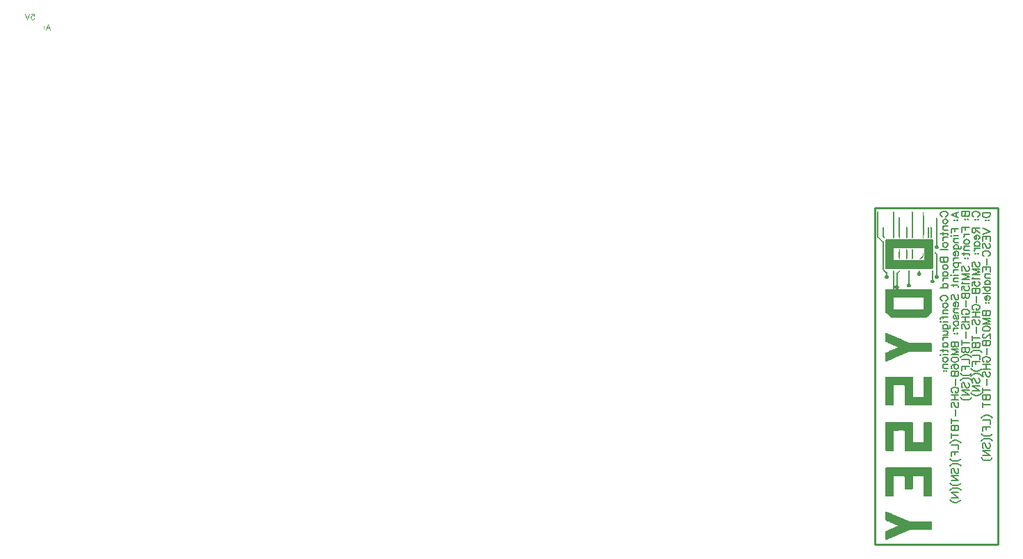
<source format=gbo>
G04 Layer: BottomSilkscreenLayer*
G04 EasyEDA v6.5.44, 2024-08-24 22:55:38*
G04 c584bd3c03fa4b5bb03f9f2b3921847a,c23a61fc8c4145e6967fd80801f93d45,10*
G04 Gerber Generator version 0.2*
G04 Scale: 100 percent, Rotated: No, Reflected: No *
G04 Dimensions in millimeters *
G04 leading zeros omitted , absolute positions ,4 integer and 5 decimal *
%FSLAX45Y45*%
%MOMM*%

%ADD10C,0.1100*%
%ADD11C,0.1600*%
%ADD12C,0.2540*%

%LPD*%
G36*
X1008278Y-610768D02*
G01*
X1005179Y-611378D01*
X1002334Y-613410D01*
X1000099Y-615746D01*
X1000302Y-882040D01*
X1000760Y-922172D01*
X1001115Y-930148D01*
X1002792Y-933246D01*
X1005382Y-935177D01*
X1008532Y-935888D01*
X1013561Y-934466D01*
X1014882Y-933754D01*
X1015593Y-932687D01*
X1016203Y-930859D01*
X1016711Y-927912D01*
X1017422Y-917600D01*
X1017778Y-899312D01*
X1017930Y-870712D01*
X1017981Y-616356D01*
X1014882Y-613714D01*
X1011580Y-611530D01*
G37*
G36*
X1238453Y-611327D02*
G01*
X1234897Y-612241D01*
X1232458Y-614984D01*
X1231950Y-639114D01*
X1231646Y-697230D01*
X1231646Y-847750D01*
X1231900Y-906170D01*
X1232408Y-930757D01*
X1235456Y-935126D01*
X1239774Y-936091D01*
X1244092Y-933856D01*
X1247190Y-928522D01*
X1247546Y-923645D01*
X1248054Y-890574D01*
X1248206Y-860907D01*
X1248206Y-617931D01*
X1245819Y-615035D01*
X1242314Y-612292D01*
G37*
G36*
X818641Y-611682D02*
G01*
X814933Y-612952D01*
X812444Y-615899D01*
X812139Y-622503D01*
X811733Y-664514D01*
X811580Y-824585D01*
X811834Y-887018D01*
X812495Y-922832D01*
X813053Y-924052D01*
X816102Y-927963D01*
X822909Y-934872D01*
X868222Y-977544D01*
X873506Y-982726D01*
X877011Y-986739D01*
X877112Y-1264259D01*
X877366Y-1292047D01*
X877874Y-1309522D01*
X878789Y-1319326D01*
X879398Y-1322070D01*
X880160Y-1323848D01*
X881075Y-1324965D01*
X885596Y-1328166D01*
X913892Y-1355039D01*
X918057Y-1360373D01*
X919378Y-1365453D01*
X919073Y-1372717D01*
X918362Y-1382471D01*
X912977Y-1387144D01*
X907846Y-1392377D01*
X904290Y-1397863D01*
X902258Y-1403502D01*
X901750Y-1408988D01*
X902766Y-1414322D01*
X905357Y-1419301D01*
X909421Y-1423771D01*
X915009Y-1427581D01*
X920496Y-1429816D01*
X926033Y-1430782D01*
X931367Y-1430578D01*
X936447Y-1429258D01*
X941120Y-1427073D01*
X945235Y-1424076D01*
X948639Y-1420368D01*
X951179Y-1416100D01*
X952753Y-1411478D01*
X953160Y-1406499D01*
X952296Y-1401368D01*
X950061Y-1396187D01*
X947623Y-1392631D01*
X944575Y-1389278D01*
X941679Y-1386789D01*
X939546Y-1385824D01*
X938428Y-1384249D01*
X937463Y-1380083D01*
X936802Y-1374140D01*
X936447Y-1362354D01*
X936091Y-1358849D01*
X935482Y-1356106D01*
X934466Y-1353667D01*
X932332Y-1350518D01*
X928725Y-1346454D01*
X918921Y-1337310D01*
X913688Y-1332992D01*
X908862Y-1329436D01*
X904951Y-1326946D01*
X901649Y-1325829D01*
X899109Y-1324102D01*
X893826Y-1319733D01*
X893724Y-1035862D01*
X893368Y-994359D01*
X893013Y-985062D01*
X892606Y-980694D01*
X892302Y-979779D01*
X890422Y-977188D01*
X886358Y-972819D01*
X880211Y-966774D01*
X844296Y-933246D01*
X829310Y-918870D01*
X829310Y-616813D01*
X826769Y-614476D01*
X822858Y-612140D01*
G37*
G36*
X1372870Y-614222D02*
G01*
X1369263Y-615492D01*
X1366520Y-618744D01*
X1365808Y-621487D01*
X1365300Y-628650D01*
X1364996Y-643940D01*
X1364843Y-671118D01*
X1365046Y-878078D01*
X1365300Y-905764D01*
X1365758Y-922121D01*
X1366520Y-930452D01*
X1367078Y-932535D01*
X1367739Y-933856D01*
X1369415Y-935583D01*
X1371904Y-936396D01*
X1375257Y-935685D01*
X1378305Y-933805D01*
X1380134Y-931164D01*
X1380490Y-923950D01*
X1380947Y-880465D01*
X1380947Y-754430D01*
X1380642Y-682701D01*
X1380083Y-632104D01*
X1379728Y-619963D01*
X1379524Y-618083D01*
X1376527Y-615086D01*
G37*
G36*
X1082700Y-677519D02*
G01*
X1079246Y-678484D01*
X1076502Y-681177D01*
X1075994Y-682193D01*
X1075588Y-683869D01*
X1075029Y-692150D01*
X1074724Y-711606D01*
X1074572Y-759968D01*
X1074674Y-889762D01*
X1075029Y-914603D01*
X1075842Y-927760D01*
X1076452Y-931214D01*
X1077264Y-933246D01*
X1078230Y-934415D01*
X1083513Y-937463D01*
X1088440Y-934567D01*
X1090828Y-932586D01*
X1091488Y-931773D01*
X1091996Y-923950D01*
X1092352Y-904494D01*
X1092606Y-814832D01*
X1092250Y-743000D01*
X1091387Y-691794D01*
X1090726Y-680669D01*
X1086612Y-678230D01*
G37*
G36*
X1535734Y-685800D02*
G01*
X1531467Y-686816D01*
X1528165Y-689965D01*
X1527860Y-695299D01*
X1527352Y-729792D01*
X1527098Y-786333D01*
X1527251Y-926084D01*
X1527708Y-975817D01*
X1528165Y-999185D01*
X1528216Y-1013460D01*
X1527860Y-1017676D01*
X1527200Y-1020571D01*
X1526184Y-1022451D01*
X1524762Y-1023823D01*
X1520799Y-1026515D01*
X1518615Y-1028344D01*
X1514906Y-1032408D01*
X1512671Y-1036167D01*
X1511452Y-1040028D01*
X1511096Y-1044041D01*
X1511554Y-1048003D01*
X1512722Y-1051864D01*
X1514551Y-1055573D01*
X1516888Y-1059078D01*
X1519732Y-1062177D01*
X1522933Y-1064920D01*
X1526438Y-1067155D01*
X1530146Y-1068832D01*
X1534007Y-1069797D01*
X1537919Y-1070102D01*
X1541780Y-1069543D01*
X1545488Y-1068070D01*
X1549044Y-1065631D01*
X1556766Y-1058468D01*
X1558544Y-1056081D01*
X1559661Y-1053744D01*
X1560677Y-1050239D01*
X1561084Y-1046784D01*
X1560931Y-1043990D01*
X1560169Y-1042517D01*
X1559763Y-1042111D01*
X1559255Y-1040333D01*
X1559001Y-1037894D01*
X1557731Y-1035303D01*
X1554378Y-1031595D01*
X1553819Y-1030528D01*
X1551025Y-1027785D01*
X1543761Y-1021689D01*
X1544218Y-733806D01*
X1543913Y-699617D01*
X1543608Y-692150D01*
X1543354Y-690219D01*
X1540052Y-686917D01*
G37*
G36*
X1467510Y-799084D02*
G01*
X1463751Y-799846D01*
X1461160Y-803910D01*
X1459788Y-811225D01*
X1459280Y-828497D01*
X1459077Y-890066D01*
X1459585Y-925321D01*
X1459890Y-929132D01*
X1461262Y-932180D01*
X1463192Y-934974D01*
X1465529Y-937463D01*
X1471828Y-934466D01*
X1472692Y-933653D01*
X1473352Y-932230D01*
X1473860Y-930046D01*
X1474470Y-921918D01*
X1474724Y-907135D01*
X1474774Y-803960D01*
X1472234Y-801827D01*
G37*
G36*
X1435150Y-799388D02*
G01*
X1432001Y-799744D01*
X1429156Y-801878D01*
X1428750Y-803249D01*
X1428089Y-810717D01*
X1427530Y-823264D01*
X1426870Y-857910D01*
X1426972Y-903935D01*
X1427327Y-918565D01*
X1427835Y-928878D01*
X1428191Y-931926D01*
X1428546Y-933348D01*
X1432610Y-936040D01*
X1437233Y-935532D01*
X1441246Y-932281D01*
X1443532Y-926744D01*
X1443888Y-907034D01*
X1443482Y-807262D01*
X1441246Y-803910D01*
X1438351Y-800811D01*
G37*
G36*
X1168552Y-799439D02*
G01*
X1165606Y-800557D01*
X1163370Y-803503D01*
X1162862Y-805586D01*
X1162304Y-817880D01*
X1162151Y-846531D01*
X1162456Y-931722D01*
X1166723Y-935583D01*
X1167993Y-936193D01*
X1169517Y-936142D01*
X1173480Y-934974D01*
X1174902Y-934364D01*
X1176020Y-933399D01*
X1176934Y-931875D01*
X1177645Y-929436D01*
X1178153Y-925880D01*
X1178712Y-914349D01*
X1178864Y-895197D01*
X1178560Y-805738D01*
X1175359Y-802589D01*
X1171854Y-800100D01*
G37*
G36*
X885850Y-799592D02*
G01*
X881329Y-800252D01*
X878128Y-804621D01*
X876655Y-812292D01*
X876096Y-840435D01*
X876350Y-875690D01*
X877112Y-906221D01*
X877976Y-919022D01*
X878332Y-920343D01*
X881735Y-924204D01*
X886612Y-928624D01*
X891489Y-932383D01*
X894842Y-934161D01*
X899312Y-935482D01*
X906322Y-936802D01*
X909370Y-934212D01*
X908202Y-928674D01*
X902512Y-921359D01*
X899261Y-918006D01*
X893826Y-911707D01*
X893826Y-805230D01*
X891286Y-802792D01*
G37*
G36*
X1283766Y-950315D02*
G01*
X915517Y-950620D01*
X910691Y-955802D01*
X911074Y-1201724D01*
X1014984Y-1201724D01*
X1015237Y-1091336D01*
X1015644Y-1065428D01*
X1016152Y-1060602D01*
X1016457Y-1059434D01*
X1017320Y-1058418D01*
X1035608Y-1058113D01*
X1256182Y-1057706D01*
X1358747Y-1057910D01*
X1386789Y-1058265D01*
X1387297Y-1061212D01*
X1388059Y-1080973D01*
X1388465Y-1112621D01*
X1388414Y-1165250D01*
X1387856Y-1192377D01*
X1387500Y-1200658D01*
X1386992Y-1204061D01*
X1381912Y-1204569D01*
X1347978Y-1205280D01*
X1290828Y-1205687D01*
X1184046Y-1205687D01*
X1113891Y-1205382D01*
X1035913Y-1204417D01*
X1022299Y-1203960D01*
X1017066Y-1203452D01*
X1014984Y-1201724D01*
X911074Y-1201724D01*
X911555Y-1292352D01*
X911910Y-1303578D01*
X912368Y-1308658D01*
X912977Y-1310182D01*
X916381Y-1310436D01*
X982776Y-1311249D01*
X1107287Y-1311910D01*
X1307896Y-1312367D01*
X1433626Y-1312164D01*
X1470304Y-1311910D01*
X1486560Y-1311503D01*
X1488440Y-1310995D01*
X1489303Y-1310487D01*
X1490014Y-1309471D01*
X1490624Y-1307642D01*
X1491132Y-1304747D01*
X1491894Y-1294384D01*
X1492351Y-1275994D01*
X1492554Y-1247190D01*
X1492554Y-1010208D01*
X1492300Y-984503D01*
X1491894Y-968248D01*
X1491183Y-959103D01*
X1490726Y-956411D01*
X1490167Y-954684D01*
X1488795Y-952652D01*
X1487373Y-951484D01*
X1485239Y-951128D01*
X1472234Y-950671D01*
X1440180Y-950417D01*
G37*
G36*
X1169974Y-1069543D02*
G01*
X1166368Y-1070610D01*
X1163624Y-1074013D01*
X1163269Y-1075842D01*
X1162761Y-1085240D01*
X1162304Y-1100328D01*
X1161897Y-1138834D01*
X1162202Y-1173327D01*
X1162608Y-1183538D01*
X1162913Y-1185875D01*
X1165809Y-1190701D01*
X1170127Y-1191818D01*
X1174597Y-1189431D01*
X1177696Y-1183792D01*
X1178102Y-1181252D01*
X1178661Y-1171041D01*
X1178966Y-1155649D01*
X1178864Y-1118057D01*
X1178509Y-1100023D01*
X1177899Y-1085342D01*
X1177188Y-1076147D01*
X1176731Y-1074216D01*
X1173734Y-1070762D01*
G37*
G36*
X1084275Y-1069594D02*
G01*
X1080465Y-1070813D01*
X1077315Y-1074318D01*
X1076960Y-1075994D01*
X1076401Y-1084986D01*
X1075588Y-1117955D01*
X1075334Y-1156106D01*
X1075537Y-1171651D01*
X1075893Y-1181912D01*
X1076198Y-1184402D01*
X1078280Y-1188770D01*
X1081735Y-1191158D01*
X1085850Y-1191310D01*
X1089964Y-1189075D01*
X1090320Y-1187958D01*
X1090980Y-1181608D01*
X1091996Y-1156766D01*
X1092504Y-1124102D01*
X1092403Y-1093724D01*
X1092047Y-1082548D01*
X1091539Y-1075639D01*
X1091184Y-1074267D01*
X1088085Y-1070762D01*
G37*
G36*
X1238300Y-1069644D02*
G01*
X1235456Y-1070762D01*
X1233220Y-1073302D01*
X1232865Y-1075080D01*
X1232255Y-1084427D01*
X1231493Y-1118209D01*
X1231392Y-1157173D01*
X1231646Y-1173022D01*
X1232103Y-1183436D01*
X1232458Y-1185875D01*
X1234236Y-1189532D01*
X1237183Y-1191463D01*
X1240739Y-1191514D01*
X1244396Y-1189583D01*
X1245209Y-1188110D01*
X1245971Y-1185265D01*
X1247140Y-1176020D01*
X1248003Y-1163116D01*
X1248511Y-1147724D01*
X1248714Y-1131062D01*
X1248511Y-1114399D01*
X1248003Y-1098956D01*
X1247140Y-1085900D01*
X1245971Y-1076502D01*
X1245209Y-1073556D01*
X1244396Y-1071930D01*
X1241450Y-1070051D01*
G37*
G36*
X1365808Y-1076452D02*
G01*
X1364945Y-1097178D01*
X1364386Y-1140104D01*
X1363827Y-1145082D01*
X1362659Y-1149096D01*
X1360576Y-1152652D01*
X1357426Y-1156411D01*
X1335684Y-1177290D01*
X1331823Y-1181252D01*
X1329893Y-1183589D01*
X1328521Y-1188770D01*
X1331518Y-1191615D01*
X1337462Y-1191717D01*
X1344930Y-1188567D01*
X1351991Y-1183132D01*
X1360474Y-1175512D01*
X1367536Y-1168298D01*
X1370482Y-1164082D01*
X1370787Y-1162304D01*
X1372108Y-1159611D01*
X1372362Y-1157427D01*
X1371346Y-1077214D01*
G37*
G36*
X1510436Y-1101191D02*
G01*
X1508760Y-1102512D01*
X1508455Y-1106881D01*
X1510182Y-1112164D01*
X1513687Y-1117752D01*
X1519783Y-1124204D01*
X1523390Y-1127150D01*
X1524762Y-1128776D01*
X1525828Y-1131062D01*
X1526692Y-1134313D01*
X1527352Y-1138936D01*
X1527810Y-1145387D01*
X1528318Y-1165199D01*
X1528470Y-1323797D01*
X1528267Y-1356156D01*
X1527759Y-1374546D01*
X1527352Y-1379778D01*
X1526794Y-1383080D01*
X1526082Y-1384858D01*
X1525168Y-1385722D01*
X1523441Y-1386281D01*
X1519326Y-1388465D01*
X1515973Y-1391970D01*
X1513433Y-1396390D01*
X1511757Y-1401521D01*
X1511096Y-1406906D01*
X1511452Y-1412240D01*
X1512925Y-1417269D01*
X1515567Y-1421536D01*
X1518716Y-1424838D01*
X1520596Y-1426260D01*
X1521714Y-1426616D01*
X1523034Y-1427581D01*
X1527962Y-1429816D01*
X1535226Y-1430731D01*
X1542440Y-1430274D01*
X1547469Y-1428394D01*
X1549603Y-1426921D01*
X1552956Y-1425041D01*
X1555038Y-1422095D01*
X1556715Y-1420317D01*
X1559458Y-1416304D01*
X1561134Y-1410817D01*
X1561439Y-1405737D01*
X1559255Y-1401216D01*
X1559001Y-1399641D01*
X1557629Y-1397254D01*
X1554378Y-1393037D01*
X1553413Y-1391208D01*
X1551432Y-1389329D01*
X1548892Y-1387398D01*
X1545945Y-1385620D01*
X1545183Y-1384858D01*
X1544523Y-1383030D01*
X1544066Y-1379372D01*
X1543456Y-1363065D01*
X1543151Y-1329537D01*
X1542745Y-1162608D01*
X1542440Y-1139088D01*
X1541932Y-1128623D01*
X1541526Y-1126439D01*
X1541018Y-1125169D01*
X1537157Y-1119733D01*
X1532686Y-1114907D01*
X1527708Y-1110386D01*
X1522577Y-1106474D01*
X1517751Y-1103477D01*
X1513535Y-1101648D01*
G37*
G36*
X1321765Y-1324203D02*
G01*
X1318971Y-1325270D01*
X1316431Y-1328369D01*
X1314450Y-1333500D01*
X1313281Y-1340662D01*
X1312621Y-1348841D01*
X1307998Y-1352092D01*
X1303883Y-1355801D01*
X1302105Y-1357985D01*
X1300683Y-1360220D01*
X1298549Y-1365402D01*
X1297686Y-1370736D01*
X1298041Y-1375968D01*
X1299514Y-1380947D01*
X1302054Y-1385417D01*
X1305560Y-1389278D01*
X1309928Y-1392224D01*
X1315059Y-1394104D01*
X1319936Y-1395222D01*
X1323187Y-1395730D01*
X1325422Y-1395679D01*
X1331874Y-1393698D01*
X1335278Y-1391818D01*
X1339900Y-1388059D01*
X1343964Y-1384046D01*
X1345692Y-1381252D01*
X1346149Y-1379728D01*
X1347216Y-1378051D01*
X1348232Y-1375867D01*
X1348587Y-1373022D01*
X1348282Y-1370025D01*
X1345285Y-1362354D01*
X1343609Y-1359204D01*
X1340510Y-1355344D01*
X1336954Y-1351788D01*
X1332280Y-1348587D01*
X1331366Y-1347216D01*
X1330807Y-1344676D01*
X1330350Y-1340256D01*
X1329131Y-1333195D01*
X1327150Y-1328115D01*
X1324610Y-1325118D01*
G37*
G36*
X1484528Y-1325067D02*
G01*
X1481328Y-1326286D01*
X1478686Y-1329436D01*
X1478026Y-1331010D01*
X1477568Y-1334262D01*
X1477111Y-1353515D01*
X1476857Y-1402994D01*
X1476502Y-1431544D01*
X1476095Y-1437741D01*
X1475486Y-1439926D01*
X1468729Y-1445361D01*
X1466596Y-1447393D01*
X1464767Y-1450543D01*
X1463344Y-1452422D01*
X1462684Y-1453997D01*
X1461871Y-1458264D01*
X1461617Y-1463954D01*
X1462024Y-1468831D01*
X1463040Y-1472641D01*
X1464614Y-1475232D01*
X1466189Y-1477060D01*
X1467967Y-1480667D01*
X1471117Y-1482648D01*
X1475587Y-1484223D01*
X1480870Y-1485392D01*
X1486408Y-1485950D01*
X1491538Y-1485900D01*
X1495806Y-1485138D01*
X1498549Y-1483512D01*
X1500174Y-1482090D01*
X1503375Y-1480108D01*
X1505254Y-1476908D01*
X1505661Y-1476806D01*
X1507998Y-1473962D01*
X1509522Y-1467205D01*
X1509877Y-1459280D01*
X1508709Y-1452829D01*
X1506474Y-1449679D01*
X1502714Y-1445717D01*
X1498803Y-1442364D01*
X1496212Y-1440942D01*
X1494434Y-1440738D01*
X1492961Y-1338326D01*
X1492300Y-1331163D01*
X1491792Y-1329639D01*
X1491132Y-1328674D01*
X1487881Y-1325880D01*
G37*
G36*
X1195476Y-1325524D02*
G01*
X1192479Y-1326184D01*
X1191768Y-1326845D01*
X1191158Y-1327861D01*
X1190244Y-1331874D01*
X1189634Y-1339342D01*
X1189228Y-1351330D01*
X1188008Y-1487474D01*
X1183081Y-1490268D01*
X1178966Y-1493774D01*
X1175512Y-1498092D01*
X1172667Y-1503375D01*
X1171448Y-1507591D01*
X1171295Y-1512214D01*
X1172006Y-1516938D01*
X1173480Y-1521510D01*
X1175613Y-1525625D01*
X1178255Y-1528927D01*
X1181252Y-1531112D01*
X1185214Y-1532026D01*
X1191717Y-1534566D01*
X1196543Y-1535226D01*
X1201267Y-1535176D01*
X1204671Y-1534363D01*
X1210360Y-1531416D01*
X1212951Y-1529740D01*
X1215745Y-1527251D01*
X1218336Y-1524304D01*
X1220419Y-1521206D01*
X1220876Y-1519834D01*
X1221536Y-1514805D01*
X1221587Y-1507388D01*
X1221079Y-1504188D01*
X1219657Y-1500886D01*
X1216964Y-1496110D01*
X1214729Y-1493520D01*
X1211173Y-1490573D01*
X1206703Y-1487373D01*
X1206195Y-1351330D01*
X1205687Y-1337411D01*
X1204061Y-1329232D01*
X1200810Y-1325676D01*
G37*
G36*
X1008481Y-1325575D02*
G01*
X1005281Y-1326337D01*
X1003858Y-1326896D01*
X1002792Y-1328115D01*
X1001979Y-1330807D01*
X1001369Y-1335786D01*
X1000963Y-1343863D01*
X1000556Y-1372514D01*
X1000302Y-1472438D01*
X999896Y-1537309D01*
X999642Y-1551076D01*
X999032Y-1554886D01*
X918718Y-1554886D01*
X913942Y-1559001D01*
X912876Y-1560576D01*
X912164Y-1562354D01*
X911555Y-1565960D01*
X911148Y-1578051D01*
X910742Y-1636014D01*
X910996Y-1715668D01*
X911528Y-1773986D01*
X1013764Y-1773986D01*
X1014171Y-1702968D01*
X1014780Y-1663649D01*
X1016558Y-1662023D01*
X1022248Y-1661617D01*
X1059942Y-1660956D01*
X1122426Y-1660550D01*
X1253998Y-1660448D01*
X1320495Y-1660804D01*
X1365148Y-1661363D01*
X1375410Y-1661769D01*
X1376832Y-1662023D01*
X1377238Y-1676958D01*
X1377442Y-1711045D01*
X1377391Y-1770125D01*
X1377137Y-1796237D01*
X1376934Y-1800504D01*
X1371498Y-1801012D01*
X1334262Y-1801774D01*
X1272133Y-1802231D01*
X1149959Y-1802333D01*
X1081379Y-1801977D01*
X1032764Y-1801317D01*
X1019810Y-1800860D01*
X1016355Y-1800504D01*
X1015187Y-1799285D01*
X1014526Y-1797100D01*
X1014120Y-1792884D01*
X1013764Y-1773986D01*
X911528Y-1773986D01*
X912317Y-1821891D01*
X912825Y-1836877D01*
X913231Y-1840992D01*
X916025Y-1844243D01*
X926084Y-1854352D01*
X974598Y-1900326D01*
X980186Y-1904593D01*
X982421Y-1905863D01*
X986891Y-1907844D01*
X1328420Y-1907438D01*
X1385316Y-1907133D01*
X1398981Y-1906828D01*
X1406093Y-1906473D01*
X1409141Y-1905965D01*
X1409903Y-1905660D01*
X1414272Y-1902714D01*
X1419199Y-1898599D01*
X1423365Y-1894586D01*
X1425295Y-1891792D01*
X1426616Y-1890775D01*
X1429359Y-1889455D01*
X1431442Y-1886915D01*
X1440688Y-1877872D01*
X1454200Y-1865325D01*
X1463446Y-1856333D01*
X1465021Y-1854352D01*
X1466088Y-1853590D01*
X1467713Y-1852980D01*
X1469136Y-1851710D01*
X1469796Y-1850186D01*
X1470812Y-1849170D01*
X1471980Y-1848866D01*
X1473301Y-1847748D01*
X1476197Y-1843735D01*
X1479245Y-1840585D01*
X1479600Y-1652219D01*
X1479397Y-1583182D01*
X1478788Y-1565656D01*
X1478229Y-1560982D01*
X1477568Y-1558239D01*
X1476654Y-1556816D01*
X1474266Y-1555800D01*
X1460296Y-1555445D01*
X1421536Y-1555140D01*
X1132230Y-1554734D01*
X1071880Y-1554378D01*
X1068984Y-1553565D01*
X1067409Y-1552295D01*
X1067054Y-1550974D01*
X1070914Y-1547672D01*
X1073810Y-1543405D01*
X1076198Y-1538325D01*
X1077366Y-1533652D01*
X1076198Y-1526844D01*
X1072692Y-1519377D01*
X1068070Y-1513281D01*
X1063701Y-1510792D01*
X1062990Y-1510639D01*
X1062380Y-1510080D01*
X1061923Y-1508912D01*
X1061212Y-1503934D01*
X1060754Y-1494078D01*
X1060602Y-1453438D01*
X1060805Y-1394917D01*
X1061161Y-1378661D01*
X1061466Y-1373276D01*
X1061974Y-1369364D01*
X1062583Y-1366570D01*
X1063396Y-1364640D01*
X1064412Y-1363268D01*
X1075029Y-1354175D01*
X1082649Y-1347114D01*
X1088644Y-1341120D01*
X1091438Y-1337614D01*
X1091895Y-1331264D01*
X1088644Y-1326946D01*
X1083411Y-1325727D01*
X1077772Y-1328775D01*
X1071321Y-1335024D01*
X1060958Y-1344574D01*
X1050696Y-1354531D01*
X1047445Y-1358239D01*
X1045565Y-1360830D01*
X1043279Y-1365097D01*
X1042822Y-1505559D01*
X1042365Y-1506575D01*
X1039114Y-1510284D01*
X1032256Y-1516938D01*
X1028852Y-1521561D01*
X1026617Y-1526184D01*
X1025550Y-1530807D01*
X1025652Y-1535430D01*
X1026921Y-1539951D01*
X1029360Y-1544370D01*
X1033018Y-1548638D01*
X1034542Y-1552143D01*
X1032052Y-1554530D01*
X1027074Y-1555191D01*
X1020927Y-1553514D01*
X1017981Y-1552092D01*
X1017625Y-1390700D01*
X1017371Y-1350975D01*
X1016812Y-1333855D01*
X1016406Y-1330604D01*
X1015847Y-1329232D01*
X1013256Y-1326997D01*
X1010869Y-1325880D01*
G37*
G36*
X922985Y-2089353D02*
G01*
X917803Y-2090115D01*
X913739Y-2093925D01*
X911656Y-2100376D01*
X911301Y-2108657D01*
X911047Y-2123795D01*
X911098Y-2169871D01*
X911555Y-2186482D01*
X912368Y-2192274D01*
X913841Y-2196338D01*
X916381Y-2199182D01*
X924712Y-2203500D01*
X951636Y-2215184D01*
X955497Y-2216454D01*
X957630Y-2216810D01*
X960374Y-2218029D01*
X963168Y-2219807D01*
X965708Y-2221026D01*
X967232Y-2221331D01*
X968705Y-2222042D01*
X970127Y-2223211D01*
X972972Y-2224532D01*
X976528Y-2225649D01*
X980541Y-2227376D01*
X983691Y-2229104D01*
X986434Y-2230272D01*
X988060Y-2230475D01*
X989279Y-2230932D01*
X990193Y-2231694D01*
X1000760Y-2236216D01*
X1003350Y-2237638D01*
X1006297Y-2238857D01*
X1008938Y-2239619D01*
X1011834Y-2240838D01*
X1014272Y-2242210D01*
X1017168Y-2243429D01*
X1019860Y-2244242D01*
X1023213Y-2245766D01*
X1026261Y-2247493D01*
X1029258Y-2248611D01*
X1031341Y-2248916D01*
X1033221Y-2249627D01*
X1034643Y-2250795D01*
X1037488Y-2252116D01*
X1041044Y-2253284D01*
X1045006Y-2255012D01*
X1050442Y-2257806D01*
X1051966Y-2258161D01*
X1059129Y-2261158D01*
X1062532Y-2262378D01*
X1064056Y-2262682D01*
X1064107Y-2263089D01*
X1063650Y-2263851D01*
X1060602Y-2266543D01*
X1057198Y-2268372D01*
X1051458Y-2271064D01*
X1023416Y-2282799D01*
X1020876Y-2283612D01*
X1018743Y-2284577D01*
X1016203Y-2286101D01*
X1009599Y-2288489D01*
X953414Y-2312670D01*
X943660Y-2316429D01*
X918057Y-2328164D01*
X916025Y-2329332D01*
X914450Y-2330856D01*
X913231Y-2332888D01*
X912368Y-2335733D01*
X911809Y-2339594D01*
X911250Y-2351532D01*
X911250Y-2411069D01*
X911504Y-2425649D01*
X911758Y-2429510D01*
X912114Y-2431796D01*
X912621Y-2433167D01*
X913333Y-2434132D01*
X916330Y-2436317D01*
X920546Y-2437231D01*
X925321Y-2436774D01*
X930097Y-2434945D01*
X933551Y-2433320D01*
X937920Y-2431948D01*
X943965Y-2428697D01*
X948283Y-2427325D01*
X953719Y-2424074D01*
X957732Y-2422753D01*
X964946Y-2419451D01*
X971550Y-2417419D01*
X976884Y-2414778D01*
X982421Y-2412847D01*
X987196Y-2410155D01*
X991311Y-2408936D01*
X997305Y-2405684D01*
X1001420Y-2404364D01*
X1008532Y-2401062D01*
X1014476Y-2399080D01*
X1018844Y-2396388D01*
X1023112Y-2395220D01*
X1029665Y-2391918D01*
X1036574Y-2389428D01*
X1037844Y-2388514D01*
X1038148Y-2388057D01*
X1040384Y-2387092D01*
X1043889Y-2386076D01*
X1047445Y-2384653D01*
X1049934Y-2383282D01*
X1052830Y-2382062D01*
X1055471Y-2381300D01*
X1058316Y-2379980D01*
X1060551Y-2378557D01*
X1062736Y-2377592D01*
X1064463Y-2377287D01*
X1067155Y-2376170D01*
X1070305Y-2374442D01*
X1074420Y-2372614D01*
X1078077Y-2371394D01*
X1080922Y-2370074D01*
X1082243Y-2369007D01*
X1084021Y-2368346D01*
X1086104Y-2368092D01*
X1089152Y-2366975D01*
X1092149Y-2365248D01*
X1095298Y-2363774D01*
X1097635Y-2363012D01*
X1100074Y-2361742D01*
X1102055Y-2360218D01*
X1103985Y-2359253D01*
X1106830Y-2358694D01*
X1112266Y-2356510D01*
X1114145Y-2355189D01*
X1116076Y-2354427D01*
X1118768Y-2353818D01*
X1121816Y-2352598D01*
X1124305Y-2351176D01*
X1127302Y-2349906D01*
X1129995Y-2349093D01*
X1132992Y-2347823D01*
X1135380Y-2346401D01*
X1137564Y-2345436D01*
X1139088Y-2345131D01*
X1141628Y-2344115D01*
X1144778Y-2342489D01*
X1149045Y-2340762D01*
X1153007Y-2339543D01*
X1156157Y-2338120D01*
X1157630Y-2336952D01*
X1159205Y-2336190D01*
X1160881Y-2335936D01*
X1163624Y-2334768D01*
X1166672Y-2333040D01*
X1169924Y-2331567D01*
X1172413Y-2330805D01*
X1174902Y-2329484D01*
X1176782Y-2328011D01*
X1178814Y-2327046D01*
X1180693Y-2326741D01*
X1183640Y-2325522D01*
X1186738Y-2323744D01*
X1189634Y-2322525D01*
X1191615Y-2322118D01*
X1195070Y-2320899D01*
X1201826Y-2317597D01*
X1393799Y-2317597D01*
X1454251Y-2317242D01*
X1472387Y-2316784D01*
X1475333Y-2316073D01*
X1477010Y-2315006D01*
X1478178Y-2312822D01*
X1478940Y-2308910D01*
X1479397Y-2302560D01*
X1479600Y-2280056D01*
X1479245Y-2215743D01*
X1473708Y-2210663D01*
X1249121Y-2210257D01*
X1224178Y-2209952D01*
X1208786Y-2209292D01*
X1203756Y-2208834D01*
X1199946Y-2208225D01*
X1194460Y-2206599D01*
X1184757Y-2202281D01*
X1141222Y-2183790D01*
X1118717Y-2173630D01*
X1112215Y-2171395D01*
X1048359Y-2143353D01*
X1012850Y-2128215D01*
X1006957Y-2125980D01*
X1005027Y-2125522D01*
X1003706Y-2124811D01*
X1002487Y-2123744D01*
X1000709Y-2122678D01*
X994156Y-2120239D01*
X971753Y-2110384D01*
X966266Y-2108200D01*
X961085Y-2106574D01*
X952753Y-2102662D01*
X948182Y-2100021D01*
X945997Y-2099106D01*
X944219Y-2098751D01*
X940460Y-2097328D01*
X935939Y-2095144D01*
X932332Y-2093671D01*
X930859Y-2093366D01*
X929284Y-2092604D01*
X928573Y-2092045D01*
G37*
G36*
X1414068Y-2621330D02*
G01*
X1388821Y-2621686D01*
X1383893Y-2621991D01*
X1381252Y-2622753D01*
X1380286Y-2623769D01*
X1379524Y-2625902D01*
X1378966Y-2629712D01*
X1378508Y-2635707D01*
X1378000Y-2656281D01*
X1377391Y-2816961D01*
X1376934Y-2860192D01*
X1376680Y-2866491D01*
X1372666Y-2866999D01*
X1348536Y-2867507D01*
X1303172Y-2867558D01*
X1269085Y-2867101D01*
X1256792Y-2866694D01*
X1249629Y-2866237D01*
X1248410Y-2865983D01*
X1246378Y-2864256D01*
X1246378Y-2624988D01*
X1244041Y-2623058D01*
X1242110Y-2622448D01*
X1236573Y-2622042D01*
X1224838Y-2621737D01*
X1171854Y-2621483D01*
X916736Y-2621483D01*
X913739Y-2624429D01*
X912215Y-2627122D01*
X911707Y-2628493D01*
X911199Y-2651861D01*
X910945Y-2707132D01*
X911199Y-2846882D01*
X911555Y-2914294D01*
X912114Y-2958287D01*
X912571Y-2967583D01*
X913637Y-2969361D01*
X915009Y-2970733D01*
X917295Y-2971698D01*
X921105Y-2972358D01*
X926998Y-2972714D01*
X947623Y-2973019D01*
X1007567Y-2973019D01*
X1013510Y-2968599D01*
X1014069Y-2728722D01*
X1014425Y-2727502D01*
X1015136Y-2726791D01*
X1016355Y-2726385D01*
X1020876Y-2726080D01*
X1045413Y-2725775D01*
X1099312Y-2725724D01*
X1129995Y-2725978D01*
X1143203Y-2726436D01*
X1143558Y-2731566D01*
X1144016Y-2769971D01*
X1144320Y-2934462D01*
X1144828Y-2957372D01*
X1145336Y-2963570D01*
X1146048Y-2967329D01*
X1146911Y-2969463D01*
X1148029Y-2970631D01*
X1149400Y-2971546D01*
X1152753Y-2972206D01*
X1162456Y-2972663D01*
X1231290Y-2973019D01*
X1473657Y-2973019D01*
X1479245Y-2968599D01*
X1479600Y-2679293D01*
X1479397Y-2651302D01*
X1478940Y-2634640D01*
X1478178Y-2626207D01*
X1477670Y-2624124D01*
X1477111Y-2623007D01*
X1476400Y-2622448D01*
X1474622Y-2622092D01*
X1466951Y-2621737D01*
X1438757Y-2621381D01*
G37*
G36*
X980795Y-3174390D02*
G01*
X950061Y-3174593D01*
X930351Y-3175152D01*
X923848Y-3175609D01*
X919175Y-3176219D01*
X915974Y-3176930D01*
X913993Y-3177844D01*
X912876Y-3178962D01*
X912368Y-3180232D01*
X911758Y-3183483D01*
X911402Y-3190646D01*
X910945Y-3232099D01*
X910945Y-3354984D01*
X911402Y-3438194D01*
X912063Y-3495497D01*
X912469Y-3513632D01*
X912977Y-3522878D01*
X914298Y-3524554D01*
X915974Y-3525824D01*
X918514Y-3526739D01*
X922426Y-3527348D01*
X928268Y-3527755D01*
X947826Y-3528060D01*
X996594Y-3527806D01*
X1002690Y-3527450D01*
X1006906Y-3526942D01*
X1009650Y-3526231D01*
X1011275Y-3525265D01*
X1012342Y-3524046D01*
X1012799Y-3519576D01*
X1013155Y-3506825D01*
X1013561Y-3450234D01*
X1013968Y-3312109D01*
X1014323Y-3293008D01*
X1014831Y-3284829D01*
X1015237Y-3283305D01*
X1015695Y-3282594D01*
X1016914Y-3282289D01*
X1024026Y-3281781D01*
X1052068Y-3281019D01*
X1088847Y-3280562D01*
X1122730Y-3280664D01*
X1134922Y-3280918D01*
X1142034Y-3281273D01*
X1143203Y-3281578D01*
X1143558Y-3286912D01*
X1144016Y-3326231D01*
X1144219Y-3462223D01*
X1144473Y-3498951D01*
X1144778Y-3510076D01*
X1145286Y-3517442D01*
X1145946Y-3521964D01*
X1146352Y-3523386D01*
X1147419Y-3525062D01*
X1148740Y-3525977D01*
X1150112Y-3526485D01*
X1158798Y-3526942D01*
X1201216Y-3527704D01*
X1265783Y-3528110D01*
X1374444Y-3528212D01*
X1435049Y-3527856D01*
X1456740Y-3527551D01*
X1473657Y-3526891D01*
X1476197Y-3526028D01*
X1476908Y-3525265D01*
X1477568Y-3523792D01*
X1478076Y-3521456D01*
X1478534Y-3517798D01*
X1479143Y-3505708D01*
X1479448Y-3485083D01*
X1479499Y-3349040D01*
X1479245Y-3179826D01*
X1473708Y-3174746D01*
X1396542Y-3174898D01*
X1387398Y-3175254D01*
X1385112Y-3175609D01*
X1383741Y-3176066D01*
X1381963Y-3177184D01*
X1380693Y-3178251D01*
X1379677Y-3180130D01*
X1378915Y-3183636D01*
X1378356Y-3189528D01*
X1377746Y-3212033D01*
X1377188Y-3398367D01*
X1376730Y-3421634D01*
X1363319Y-3422091D01*
X1294790Y-3422497D01*
X1263243Y-3422345D01*
X1249222Y-3421989D01*
X1248460Y-3421583D01*
X1247851Y-3420465D01*
X1247343Y-3417925D01*
X1246733Y-3405632D01*
X1246479Y-3378809D01*
X1246378Y-3179927D01*
X1241552Y-3174746D01*
G37*
G36*
X1021435Y-3727653D02*
G01*
X964437Y-3727958D01*
X945387Y-3728313D01*
X931570Y-3728821D01*
X922121Y-3729532D01*
X916228Y-3730498D01*
X913028Y-3731768D01*
X912215Y-3732479D01*
X911606Y-3734155D01*
X911758Y-3736746D01*
X911453Y-3749649D01*
X911250Y-3796690D01*
X911148Y-3978401D01*
X911555Y-4050385D01*
X912012Y-4065422D01*
X912368Y-4070197D01*
X913028Y-4074769D01*
X913637Y-4076496D01*
X914298Y-4077614D01*
X919175Y-4081373D01*
X1007008Y-4081373D01*
X1013510Y-4076039D01*
X1014018Y-3887165D01*
X1014526Y-3843985D01*
X1015034Y-3835958D01*
X1018844Y-3835298D01*
X1028649Y-3834739D01*
X1059992Y-3833926D01*
X1097381Y-3833622D01*
X1129080Y-3833977D01*
X1139139Y-3834384D01*
X1143355Y-3834993D01*
X1143711Y-3845610D01*
X1144016Y-3872890D01*
X1144320Y-3967683D01*
X1144778Y-3981754D01*
X1145133Y-3986225D01*
X1145641Y-3989324D01*
X1146251Y-3991406D01*
X1147013Y-3992676D01*
X1149096Y-3994099D01*
X1153668Y-3994454D01*
X1179322Y-3994912D01*
X1213104Y-3994962D01*
X1238554Y-3994658D01*
X1242974Y-3994302D01*
X1244396Y-3992930D01*
X1244904Y-3991559D01*
X1245666Y-3986225D01*
X1246073Y-3975709D01*
X1246327Y-3957878D01*
X1246428Y-3871671D01*
X1246733Y-3843731D01*
X1247089Y-3837889D01*
X1247648Y-3835450D01*
X1247952Y-3834993D01*
X1251966Y-3834637D01*
X1276299Y-3834129D01*
X1321968Y-3833977D01*
X1368552Y-3834485D01*
X1376730Y-3834993D01*
X1376984Y-3841242D01*
X1377340Y-3883609D01*
X1377645Y-4042664D01*
X1378254Y-4065320D01*
X1378813Y-4071467D01*
X1379524Y-4075125D01*
X1380540Y-4077208D01*
X1381760Y-4078478D01*
X1385519Y-4081373D01*
X1472742Y-4081373D01*
X1479245Y-4076039D01*
X1479550Y-3785920D01*
X1479296Y-3758234D01*
X1478788Y-3742029D01*
X1478432Y-3737203D01*
X1477924Y-3734003D01*
X1477365Y-3732072D01*
X1476654Y-3730955D01*
X1472641Y-3728008D01*
G37*
G36*
X922070Y-4262780D02*
G01*
X917092Y-4263491D01*
X913434Y-4267098D01*
X911606Y-4273296D01*
X911098Y-4281932D01*
X910844Y-4294632D01*
X910996Y-4325975D01*
X911301Y-4341469D01*
X911809Y-4354779D01*
X912723Y-4367225D01*
X913079Y-4368546D01*
X915162Y-4371035D01*
X917549Y-4373270D01*
X919987Y-4374997D01*
X944880Y-4385360D01*
X947013Y-4385767D01*
X957529Y-4390034D01*
X959103Y-4390390D01*
X961288Y-4391609D01*
X963777Y-4393387D01*
X966114Y-4394606D01*
X967689Y-4394962D01*
X970381Y-4396181D01*
X973480Y-4398010D01*
X976630Y-4399229D01*
X978712Y-4399483D01*
X980541Y-4400194D01*
X981862Y-4401261D01*
X984148Y-4402582D01*
X1002690Y-4410405D01*
X1009396Y-4413046D01*
X1012342Y-4414012D01*
X1014425Y-4415028D01*
X1016762Y-4416755D01*
X1018286Y-4417110D01*
X1039926Y-4426254D01*
X1048816Y-4430217D01*
X1051915Y-4431385D01*
X1053388Y-4431690D01*
X1055471Y-4432655D01*
X1057859Y-4434078D01*
X1060754Y-4435348D01*
X1064768Y-4436364D01*
X1060907Y-4439970D01*
X1058113Y-4441698D01*
X1055725Y-4442460D01*
X1052982Y-4443628D01*
X1050493Y-4445050D01*
X1046937Y-4446473D01*
X1043482Y-4447540D01*
X1040637Y-4448860D01*
X1039215Y-4450029D01*
X1037691Y-4450740D01*
X1036015Y-4451045D01*
X1032916Y-4452213D01*
X1027379Y-4454804D01*
X1021232Y-4456836D01*
X1015898Y-4459681D01*
X1009142Y-4461967D01*
X1005332Y-4464304D01*
X999744Y-4466132D01*
X994765Y-4468723D01*
X990904Y-4469892D01*
X970838Y-4478629D01*
X967994Y-4479493D01*
X964031Y-4481779D01*
X960882Y-4483303D01*
X947521Y-4488383D01*
X945946Y-4488688D01*
X943813Y-4489602D01*
X941324Y-4491024D01*
X937818Y-4492548D01*
X934364Y-4493666D01*
X931468Y-4494885D01*
X929792Y-4495952D01*
X927709Y-4496917D01*
X924153Y-4498187D01*
X915314Y-4502861D01*
X913841Y-4504131D01*
X912774Y-4506366D01*
X912063Y-4510227D01*
X911656Y-4516475D01*
X911352Y-4538878D01*
X911352Y-4593132D01*
X911758Y-4603038D01*
X912114Y-4605375D01*
X912621Y-4606747D01*
X913282Y-4607712D01*
X915924Y-4609592D01*
X919581Y-4610608D01*
X923645Y-4610658D01*
X927404Y-4609642D01*
X941069Y-4603445D01*
X947978Y-4600854D01*
X952093Y-4598314D01*
X955192Y-4596790D01*
X958545Y-4595622D01*
X964488Y-4592777D01*
X970381Y-4591202D01*
X974445Y-4588814D01*
X981354Y-4586478D01*
X982827Y-4585716D01*
X984656Y-4584242D01*
X986739Y-4583328D01*
X988821Y-4583023D01*
X991819Y-4581906D01*
X996594Y-4579315D01*
X1002436Y-4577232D01*
X1007465Y-4574540D01*
X1011377Y-4573320D01*
X1018286Y-4570069D01*
X1022400Y-4568748D01*
X1028446Y-4565497D01*
X1033068Y-4564176D01*
X1039469Y-4560874D01*
X1045464Y-4558893D01*
X1050442Y-4556201D01*
X1054506Y-4554829D01*
X1057503Y-4553559D01*
X1061974Y-4551172D01*
X1063498Y-4550867D01*
X1070660Y-4547870D01*
X1080414Y-4543348D01*
X1083716Y-4542028D01*
X1085240Y-4541672D01*
X1091082Y-4538675D01*
X1093927Y-4537456D01*
X1095603Y-4537049D01*
X1098296Y-4535830D01*
X1101344Y-4534052D01*
X1103985Y-4532833D01*
X1105560Y-4532477D01*
X1108049Y-4531360D01*
X1111046Y-4529632D01*
X1115060Y-4527956D01*
X1118616Y-4526788D01*
X1121460Y-4525467D01*
X1122832Y-4524298D01*
X1124254Y-4523587D01*
X1127658Y-4522825D01*
X1140155Y-4517999D01*
X1172972Y-4503775D01*
X1183182Y-4499559D01*
X1185418Y-4498848D01*
X1186586Y-4498136D01*
X1187145Y-4497425D01*
X1189380Y-4496460D01*
X1192784Y-4495393D01*
X1195832Y-4494123D01*
X1197254Y-4493158D01*
X1198626Y-4492548D01*
X1200810Y-4491990D01*
X1209294Y-4491228D01*
X1226058Y-4490770D01*
X1254302Y-4490466D01*
X1473657Y-4490364D01*
X1479245Y-4485944D01*
X1479600Y-4423714D01*
X1479448Y-4401769D01*
X1479042Y-4395266D01*
X1478432Y-4390999D01*
X1477518Y-4388307D01*
X1476197Y-4386732D01*
X1474012Y-4385360D01*
X1472692Y-4384903D01*
X1465783Y-4384344D01*
X1448257Y-4383989D01*
X1251051Y-4383735D01*
X1223264Y-4383481D01*
X1207262Y-4382973D01*
X1199438Y-4382109D01*
X1197457Y-4381550D01*
X1193749Y-4379264D01*
X1188008Y-4377131D01*
X1151483Y-4361281D01*
X1146098Y-4359249D01*
X1144168Y-4358843D01*
X1142695Y-4358132D01*
X1141476Y-4357065D01*
X1139698Y-4355998D01*
X1132840Y-4353407D01*
X1114094Y-4345482D01*
X1105255Y-4341977D01*
X1095095Y-4337050D01*
X1093622Y-4336745D01*
X1044244Y-4315053D01*
X1038656Y-4313072D01*
X1036015Y-4311853D01*
X1033678Y-4310481D01*
X1031036Y-4309262D01*
X1022146Y-4305808D01*
X980236Y-4287469D01*
X953363Y-4276344D01*
X947115Y-4273042D01*
X943152Y-4271772D01*
X934516Y-4267860D01*
X930097Y-4266488D01*
X927760Y-4265168D01*
G37*
D10*
X-9486991Y1797827D02*
G01*
X-9455172Y1797827D01*
X-9451992Y1769188D01*
X-9455172Y1772371D01*
X-9464718Y1775553D01*
X-9474263Y1775553D01*
X-9483808Y1772371D01*
X-9490174Y1766008D01*
X-9493356Y1756463D01*
X-9493356Y1750098D01*
X-9490174Y1740552D01*
X-9483808Y1734190D01*
X-9474263Y1731007D01*
X-9464718Y1731007D01*
X-9455172Y1734190D01*
X-9451992Y1737372D01*
X-9448810Y1743735D01*
X-9514354Y1797827D02*
G01*
X-9539810Y1731007D01*
X-9565264Y1797827D02*
G01*
X-9539810Y1731007D01*
X-9283753Y1670837D02*
G01*
X-9258300Y1604017D01*
X-9283753Y1670837D02*
G01*
X-9309209Y1604017D01*
X-9267845Y1626290D02*
G01*
X-9299663Y1626290D01*
X-9333390Y1642198D02*
G01*
X-9330209Y1639018D01*
X-9333390Y1635836D01*
X-9336572Y1639018D01*
X-9333390Y1642198D01*
X-9333390Y1619928D02*
G01*
X-9330209Y1616745D01*
X-9333390Y1613562D01*
X-9336572Y1616745D01*
X-9333390Y1619928D01*
D11*
X2094631Y-624459D02*
G01*
X2185314Y-624459D01*
X2094631Y-624459D02*
G01*
X2094631Y-654687D01*
X2098949Y-667641D01*
X2107585Y-676277D01*
X2116221Y-680595D01*
X2129177Y-684913D01*
X2150767Y-684913D01*
X2163721Y-680595D01*
X2172360Y-676277D01*
X2180996Y-667641D01*
X2185314Y-654687D01*
X2185314Y-624459D01*
X2133495Y-717732D02*
G01*
X2137813Y-713414D01*
X2142131Y-717732D01*
X2137813Y-722050D01*
X2133495Y-717732D01*
X2163721Y-717732D02*
G01*
X2168042Y-713414D01*
X2172360Y-717732D01*
X2168042Y-722050D01*
X2163721Y-717732D01*
X2094631Y-817051D02*
G01*
X2185314Y-851598D01*
X2094631Y-886145D02*
G01*
X2185314Y-851598D01*
X2094631Y-914643D02*
G01*
X2185314Y-914643D01*
X2094631Y-914643D02*
G01*
X2094631Y-970780D01*
X2137813Y-914643D02*
G01*
X2137813Y-949190D01*
X2185314Y-914643D02*
G01*
X2185314Y-970780D01*
X2107585Y-1059736D02*
G01*
X2098949Y-1051100D01*
X2094631Y-1038146D01*
X2094631Y-1020871D01*
X2098949Y-1007917D01*
X2107585Y-999281D01*
X2116221Y-999281D01*
X2124859Y-1003599D01*
X2129177Y-1007917D01*
X2133495Y-1016553D01*
X2142131Y-1042464D01*
X2146449Y-1051100D01*
X2150767Y-1055418D01*
X2159403Y-1059736D01*
X2172360Y-1059736D01*
X2180996Y-1051100D01*
X2185314Y-1038146D01*
X2185314Y-1020871D01*
X2180996Y-1007917D01*
X2172360Y-999281D01*
X2116221Y-1153010D02*
G01*
X2107585Y-1148692D01*
X2098949Y-1140056D01*
X2094631Y-1131420D01*
X2094631Y-1114145D01*
X2098949Y-1105509D01*
X2107585Y-1096873D01*
X2116221Y-1092555D01*
X2129177Y-1088237D01*
X2150767Y-1088237D01*
X2163721Y-1092555D01*
X2172360Y-1096873D01*
X2180996Y-1105509D01*
X2185314Y-1114145D01*
X2185314Y-1131420D01*
X2180996Y-1140056D01*
X2172360Y-1148692D01*
X2163721Y-1153010D01*
X2146449Y-1181511D02*
G01*
X2146449Y-1259238D01*
X2094631Y-1287739D02*
G01*
X2185314Y-1287739D01*
X2094631Y-1287739D02*
G01*
X2094631Y-1343875D01*
X2137813Y-1287739D02*
G01*
X2137813Y-1322285D01*
X2185314Y-1287739D02*
G01*
X2185314Y-1343875D01*
X2124859Y-1372377D02*
G01*
X2185314Y-1372377D01*
X2142131Y-1372377D02*
G01*
X2129177Y-1385331D01*
X2124859Y-1393967D01*
X2124859Y-1406921D01*
X2129177Y-1415559D01*
X2142131Y-1419877D01*
X2185314Y-1419877D01*
X2124859Y-1500195D02*
G01*
X2185314Y-1500195D01*
X2137813Y-1500195D02*
G01*
X2129177Y-1491559D01*
X2124859Y-1482923D01*
X2124859Y-1469969D01*
X2129177Y-1461333D01*
X2137813Y-1452694D01*
X2150767Y-1448376D01*
X2159403Y-1448376D01*
X2172360Y-1452694D01*
X2180996Y-1461333D01*
X2185314Y-1469969D01*
X2185314Y-1482923D01*
X2180996Y-1491559D01*
X2172360Y-1500195D01*
X2094631Y-1528696D02*
G01*
X2185314Y-1528696D01*
X2137813Y-1528696D02*
G01*
X2129177Y-1537332D01*
X2124859Y-1545968D01*
X2124859Y-1558925D01*
X2129177Y-1567561D01*
X2137813Y-1576196D01*
X2150767Y-1580514D01*
X2159403Y-1580514D01*
X2172360Y-1576196D01*
X2180996Y-1567561D01*
X2185314Y-1558925D01*
X2185314Y-1545968D01*
X2180996Y-1537332D01*
X2172360Y-1528696D01*
X2094631Y-1609016D02*
G01*
X2185314Y-1609016D01*
X2150767Y-1637515D02*
G01*
X2150767Y-1689333D01*
X2142131Y-1689333D01*
X2133495Y-1685015D01*
X2129177Y-1680697D01*
X2124859Y-1672061D01*
X2124859Y-1659107D01*
X2129177Y-1650471D01*
X2137813Y-1641833D01*
X2150767Y-1637515D01*
X2159403Y-1637515D01*
X2172360Y-1641833D01*
X2180996Y-1650471D01*
X2185314Y-1659107D01*
X2185314Y-1672061D01*
X2180996Y-1680697D01*
X2172360Y-1689333D01*
X2133495Y-1722153D02*
G01*
X2137813Y-1717835D01*
X2142131Y-1722153D01*
X2137813Y-1726471D01*
X2133495Y-1722153D01*
X2163721Y-1722153D02*
G01*
X2168042Y-1717835D01*
X2172360Y-1722153D01*
X2168042Y-1726471D01*
X2163721Y-1722153D01*
X2094631Y-1821472D02*
G01*
X2185314Y-1821472D01*
X2094631Y-1821472D02*
G01*
X2094631Y-1860336D01*
X2098949Y-1873290D01*
X2103267Y-1877608D01*
X2111903Y-1881926D01*
X2120541Y-1881926D01*
X2129177Y-1877608D01*
X2133495Y-1873290D01*
X2137813Y-1860336D01*
X2137813Y-1821472D02*
G01*
X2137813Y-1860336D01*
X2142131Y-1873290D01*
X2146449Y-1877608D01*
X2155085Y-1881926D01*
X2168042Y-1881926D01*
X2176678Y-1877608D01*
X2180996Y-1873290D01*
X2185314Y-1860336D01*
X2185314Y-1821472D01*
X2094631Y-1910427D02*
G01*
X2185314Y-1910427D01*
X2094631Y-1910427D02*
G01*
X2185314Y-1944974D01*
X2094631Y-1979521D02*
G01*
X2185314Y-1944974D01*
X2094631Y-1979521D02*
G01*
X2185314Y-1979521D01*
X2094631Y-2033930D02*
G01*
X2098949Y-2020973D01*
X2111903Y-2012337D01*
X2133495Y-2008019D01*
X2146449Y-2008019D01*
X2168042Y-2012337D01*
X2180996Y-2020973D01*
X2185314Y-2033930D01*
X2185314Y-2042566D01*
X2180996Y-2055520D01*
X2168042Y-2064156D01*
X2146449Y-2068474D01*
X2133495Y-2068474D01*
X2111903Y-2064156D01*
X2098949Y-2055520D01*
X2094631Y-2042566D01*
X2094631Y-2033930D01*
X2116221Y-2101293D02*
G01*
X2111903Y-2101293D01*
X2103267Y-2105611D01*
X2098949Y-2109929D01*
X2094631Y-2118565D01*
X2094631Y-2135840D01*
X2098949Y-2144476D01*
X2103267Y-2148794D01*
X2111903Y-2153112D01*
X2120541Y-2153112D01*
X2129177Y-2148794D01*
X2142131Y-2140158D01*
X2185314Y-2096975D01*
X2185314Y-2157430D01*
X2094631Y-2185931D02*
G01*
X2185314Y-2185931D01*
X2094631Y-2185931D02*
G01*
X2094631Y-2224796D01*
X2098949Y-2237750D01*
X2103267Y-2242068D01*
X2111903Y-2246386D01*
X2120541Y-2246386D01*
X2129177Y-2242068D01*
X2133495Y-2237750D01*
X2137813Y-2224796D01*
X2137813Y-2185931D02*
G01*
X2137813Y-2224796D01*
X2142131Y-2237750D01*
X2146449Y-2242068D01*
X2155085Y-2246386D01*
X2168042Y-2246386D01*
X2176678Y-2242068D01*
X2180996Y-2237750D01*
X2185314Y-2224796D01*
X2185314Y-2185931D01*
X2146449Y-2274887D02*
G01*
X2146449Y-2352614D01*
X2116221Y-2445887D02*
G01*
X2107585Y-2441569D01*
X2098949Y-2432933D01*
X2094631Y-2424297D01*
X2094631Y-2407025D01*
X2098949Y-2398387D01*
X2107585Y-2389751D01*
X2116221Y-2385433D01*
X2129177Y-2381115D01*
X2150767Y-2381115D01*
X2163721Y-2385433D01*
X2172360Y-2389751D01*
X2180996Y-2398387D01*
X2185314Y-2407025D01*
X2185314Y-2424297D01*
X2180996Y-2432933D01*
X2172360Y-2441569D01*
X2163721Y-2445887D01*
X2150767Y-2445887D01*
X2150767Y-2424297D02*
G01*
X2150767Y-2445887D01*
X2094631Y-2474389D02*
G01*
X2185314Y-2474389D01*
X2094631Y-2534843D02*
G01*
X2185314Y-2534843D01*
X2137813Y-2474389D02*
G01*
X2137813Y-2534843D01*
X2107585Y-2623799D02*
G01*
X2098949Y-2615163D01*
X2094631Y-2602209D01*
X2094631Y-2584935D01*
X2098949Y-2571981D01*
X2107585Y-2563345D01*
X2116221Y-2563345D01*
X2124859Y-2567663D01*
X2129177Y-2571981D01*
X2133495Y-2580617D01*
X2142131Y-2606527D01*
X2146449Y-2615163D01*
X2150767Y-2619481D01*
X2159403Y-2623799D01*
X2172360Y-2623799D01*
X2180996Y-2615163D01*
X2185314Y-2602209D01*
X2185314Y-2584935D01*
X2180996Y-2571981D01*
X2172360Y-2563345D01*
X2146449Y-2652301D02*
G01*
X2146449Y-2730027D01*
X2094631Y-2788757D02*
G01*
X2185314Y-2788757D01*
X2094631Y-2758528D02*
G01*
X2094631Y-2818983D01*
X2094631Y-2847484D02*
G01*
X2185314Y-2847484D01*
X2094631Y-2847484D02*
G01*
X2094631Y-2886349D01*
X2098949Y-2899303D01*
X2103267Y-2903621D01*
X2111903Y-2907939D01*
X2120541Y-2907939D01*
X2129177Y-2903621D01*
X2133495Y-2899303D01*
X2137813Y-2886349D01*
X2137813Y-2847484D02*
G01*
X2137813Y-2886349D01*
X2142131Y-2899303D01*
X2146449Y-2903621D01*
X2155085Y-2907939D01*
X2168042Y-2907939D01*
X2176678Y-2903621D01*
X2180996Y-2899303D01*
X2185314Y-2886349D01*
X2185314Y-2847484D01*
X2094631Y-2966666D02*
G01*
X2185314Y-2966666D01*
X2094631Y-2936440D02*
G01*
X2094631Y-2996895D01*
X2077359Y-3122124D02*
G01*
X2085995Y-3113486D01*
X2098949Y-3104850D01*
X2116221Y-3096214D01*
X2137813Y-3091896D01*
X2155085Y-3091896D01*
X2176678Y-3096214D01*
X2193950Y-3104850D01*
X2206904Y-3113486D01*
X2215542Y-3122124D01*
X2094631Y-3150623D02*
G01*
X2185314Y-3150623D01*
X2185314Y-3150623D02*
G01*
X2185314Y-3202442D01*
X2094631Y-3230943D02*
G01*
X2185314Y-3230943D01*
X2094631Y-3230943D02*
G01*
X2094631Y-3287080D01*
X2137813Y-3230943D02*
G01*
X2137813Y-3265490D01*
X2077359Y-3315581D02*
G01*
X2085995Y-3324217D01*
X2098949Y-3332853D01*
X2116221Y-3341489D01*
X2137813Y-3345807D01*
X2155085Y-3345807D01*
X2176678Y-3341489D01*
X2193950Y-3332853D01*
X2206904Y-3324217D01*
X2215542Y-3315581D01*
X2077359Y-3404537D02*
G01*
X2085995Y-3395898D01*
X2098949Y-3387262D01*
X2116221Y-3378626D01*
X2137813Y-3374308D01*
X2155085Y-3374308D01*
X2176678Y-3378626D01*
X2193950Y-3387262D01*
X2206904Y-3395898D01*
X2215542Y-3404537D01*
X2107585Y-3493490D02*
G01*
X2098949Y-3484854D01*
X2094631Y-3471900D01*
X2094631Y-3454628D01*
X2098949Y-3441672D01*
X2107585Y-3433036D01*
X2116221Y-3433036D01*
X2124859Y-3437354D01*
X2129177Y-3441672D01*
X2133495Y-3450308D01*
X2142131Y-3476218D01*
X2146449Y-3484854D01*
X2150767Y-3489172D01*
X2159403Y-3493490D01*
X2172360Y-3493490D01*
X2180996Y-3484854D01*
X2185314Y-3471900D01*
X2185314Y-3454628D01*
X2180996Y-3441672D01*
X2172360Y-3433036D01*
X2094631Y-3521991D02*
G01*
X2185314Y-3521991D01*
X2094631Y-3521991D02*
G01*
X2185314Y-3582446D01*
X2094631Y-3582446D02*
G01*
X2185314Y-3582446D01*
X2077359Y-3610947D02*
G01*
X2085995Y-3619583D01*
X2098949Y-3628219D01*
X2116221Y-3636855D01*
X2137813Y-3641176D01*
X2155085Y-3641176D01*
X2176678Y-3636855D01*
X2193950Y-3628219D01*
X2206904Y-3619583D01*
X2215542Y-3610947D01*
X1989221Y-676531D02*
G01*
X1980585Y-672213D01*
X1971949Y-663577D01*
X1967631Y-654941D01*
X1967631Y-637669D01*
X1971949Y-629030D01*
X1980585Y-620395D01*
X1989221Y-616077D01*
X2002177Y-611759D01*
X2023767Y-611759D01*
X2036721Y-616077D01*
X2045360Y-620395D01*
X2053996Y-629030D01*
X2058314Y-637669D01*
X2058314Y-654941D01*
X2053996Y-663577D01*
X2045360Y-672213D01*
X2036721Y-676531D01*
X2006495Y-709350D02*
G01*
X2010813Y-705032D01*
X2015131Y-709350D01*
X2010813Y-713668D01*
X2006495Y-709350D01*
X2036721Y-709350D02*
G01*
X2041042Y-705032D01*
X2045360Y-709350D01*
X2041042Y-713668D01*
X2036721Y-709350D01*
X1967631Y-808669D02*
G01*
X2058314Y-808669D01*
X1967631Y-808669D02*
G01*
X1967631Y-847534D01*
X1971949Y-860488D01*
X1976267Y-864806D01*
X1984903Y-869124D01*
X1993541Y-869124D01*
X2002177Y-864806D01*
X2006495Y-860488D01*
X2010813Y-847534D01*
X2010813Y-808669D01*
X2010813Y-838898D02*
G01*
X2058314Y-869124D01*
X2023767Y-897625D02*
G01*
X2023767Y-949444D01*
X2015131Y-949444D01*
X2006495Y-945126D01*
X2002177Y-940808D01*
X1997859Y-932172D01*
X1997859Y-919215D01*
X2002177Y-910579D01*
X2010813Y-901943D01*
X2023767Y-897625D01*
X2032403Y-897625D01*
X2045360Y-901943D01*
X2053996Y-910579D01*
X2058314Y-919215D01*
X2058314Y-932172D01*
X2053996Y-940808D01*
X2045360Y-949444D01*
X1997859Y-1029764D02*
G01*
X2058314Y-1029764D01*
X2010813Y-1029764D02*
G01*
X2002177Y-1021128D01*
X1997859Y-1012489D01*
X1997859Y-999535D01*
X2002177Y-990899D01*
X2010813Y-982263D01*
X2023767Y-977945D01*
X2032403Y-977945D01*
X2045360Y-982263D01*
X2053996Y-990899D01*
X2058314Y-999535D01*
X2058314Y-1012489D01*
X2053996Y-1021128D01*
X2045360Y-1029764D01*
X1997859Y-1058263D02*
G01*
X2058314Y-1058263D01*
X2023767Y-1058263D02*
G01*
X2010813Y-1062581D01*
X2002177Y-1071219D01*
X1997859Y-1079855D01*
X1997859Y-1092809D01*
X2006495Y-1125628D02*
G01*
X2010813Y-1121310D01*
X2015131Y-1125628D01*
X2010813Y-1129946D01*
X2006495Y-1125628D01*
X2036721Y-1125628D02*
G01*
X2041042Y-1121310D01*
X2045360Y-1125628D01*
X2041042Y-1129946D01*
X2036721Y-1125628D01*
X1980585Y-1285402D02*
G01*
X1971949Y-1276766D01*
X1967631Y-1263812D01*
X1967631Y-1246538D01*
X1971949Y-1233584D01*
X1980585Y-1224948D01*
X1989221Y-1224948D01*
X1997859Y-1229266D01*
X2002177Y-1233584D01*
X2006495Y-1242220D01*
X2015131Y-1268130D01*
X2019449Y-1276766D01*
X2023767Y-1281084D01*
X2032403Y-1285402D01*
X2045360Y-1285402D01*
X2053996Y-1276766D01*
X2058314Y-1263812D01*
X2058314Y-1246538D01*
X2053996Y-1233584D01*
X2045360Y-1224948D01*
X1967631Y-1313903D02*
G01*
X2058314Y-1313903D01*
X1967631Y-1313903D02*
G01*
X2058314Y-1348450D01*
X1967631Y-1382994D02*
G01*
X2058314Y-1348450D01*
X1967631Y-1382994D02*
G01*
X2058314Y-1382994D01*
X1984903Y-1411495D02*
G01*
X1980585Y-1420131D01*
X1967631Y-1433085D01*
X2058314Y-1433085D01*
X1967631Y-1513405D02*
G01*
X1967631Y-1470223D01*
X2006495Y-1465905D01*
X2002177Y-1470223D01*
X1997859Y-1483177D01*
X1997859Y-1496133D01*
X2002177Y-1509087D01*
X2010813Y-1517723D01*
X2023767Y-1522041D01*
X2032403Y-1522041D01*
X2045360Y-1517723D01*
X2053996Y-1509087D01*
X2058314Y-1496133D01*
X2058314Y-1483177D01*
X2053996Y-1470223D01*
X2049678Y-1465905D01*
X2041042Y-1461587D01*
X1967631Y-1550543D02*
G01*
X2058314Y-1550543D01*
X1967631Y-1550543D02*
G01*
X1967631Y-1589407D01*
X1971949Y-1602361D01*
X1976267Y-1606679D01*
X1984903Y-1610997D01*
X1993541Y-1610997D01*
X2002177Y-1606679D01*
X2006495Y-1602361D01*
X2010813Y-1589407D01*
X2010813Y-1550543D02*
G01*
X2010813Y-1589407D01*
X2015131Y-1602361D01*
X2019449Y-1606679D01*
X2028085Y-1610997D01*
X2041042Y-1610997D01*
X2049678Y-1606679D01*
X2053996Y-1602361D01*
X2058314Y-1589407D01*
X2058314Y-1550543D01*
X2019449Y-1639498D02*
G01*
X2019449Y-1717225D01*
X1989221Y-1810499D02*
G01*
X1980585Y-1806181D01*
X1971949Y-1797545D01*
X1967631Y-1788909D01*
X1967631Y-1771634D01*
X1971949Y-1762998D01*
X1980585Y-1754362D01*
X1989221Y-1750044D01*
X2002177Y-1745726D01*
X2023767Y-1745726D01*
X2036721Y-1750044D01*
X2045360Y-1754362D01*
X2053996Y-1762998D01*
X2058314Y-1771634D01*
X2058314Y-1788909D01*
X2053996Y-1797545D01*
X2045360Y-1806181D01*
X2036721Y-1810499D01*
X2023767Y-1810499D01*
X2023767Y-1788909D02*
G01*
X2023767Y-1810499D01*
X1967631Y-1839000D02*
G01*
X2058314Y-1839000D01*
X1967631Y-1899455D02*
G01*
X2058314Y-1899455D01*
X2010813Y-1839000D02*
G01*
X2010813Y-1899455D01*
X1980585Y-1988411D02*
G01*
X1971949Y-1979775D01*
X1967631Y-1966821D01*
X1967631Y-1949546D01*
X1971949Y-1936592D01*
X1980585Y-1927956D01*
X1989221Y-1927956D01*
X1997859Y-1932274D01*
X2002177Y-1936592D01*
X2006495Y-1945228D01*
X2015131Y-1971139D01*
X2019449Y-1979775D01*
X2023767Y-1984093D01*
X2032403Y-1988411D01*
X2045360Y-1988411D01*
X2053996Y-1979775D01*
X2058314Y-1966821D01*
X2058314Y-1949546D01*
X2053996Y-1936592D01*
X2045360Y-1927956D01*
X2019449Y-2016912D02*
G01*
X2019449Y-2094638D01*
X1967631Y-2153366D02*
G01*
X2058314Y-2153366D01*
X1967631Y-2123140D02*
G01*
X1967631Y-2183594D01*
X1967631Y-2212096D02*
G01*
X2058314Y-2212096D01*
X1967631Y-2212096D02*
G01*
X1967631Y-2250960D01*
X1971949Y-2263914D01*
X1976267Y-2268232D01*
X1984903Y-2272550D01*
X1993541Y-2272550D01*
X2002177Y-2268232D01*
X2006495Y-2263914D01*
X2010813Y-2250960D01*
X2010813Y-2212096D02*
G01*
X2010813Y-2250960D01*
X2015131Y-2263914D01*
X2019449Y-2268232D01*
X2028085Y-2272550D01*
X2041042Y-2272550D01*
X2049678Y-2268232D01*
X2053996Y-2263914D01*
X2058314Y-2250960D01*
X2058314Y-2212096D01*
X1950359Y-2331278D02*
G01*
X1958995Y-2322642D01*
X1971949Y-2314006D01*
X1989221Y-2305370D01*
X2010813Y-2301052D01*
X2028085Y-2301052D01*
X2049678Y-2305370D01*
X2066950Y-2314006D01*
X2079904Y-2322642D01*
X2088542Y-2331278D01*
X1967631Y-2359779D02*
G01*
X2058314Y-2359779D01*
X2058314Y-2359779D02*
G01*
X2058314Y-2411597D01*
X1967631Y-2440096D02*
G01*
X2058314Y-2440096D01*
X1967631Y-2440096D02*
G01*
X1967631Y-2496235D01*
X2010813Y-2440096D02*
G01*
X2010813Y-2474643D01*
X1950359Y-2524734D02*
G01*
X1958995Y-2533370D01*
X1971949Y-2542009D01*
X1989221Y-2550645D01*
X2010813Y-2554963D01*
X2028085Y-2554963D01*
X2049678Y-2550645D01*
X2066950Y-2542009D01*
X2079904Y-2533370D01*
X2088542Y-2524734D01*
X1950359Y-2613690D02*
G01*
X1958995Y-2605054D01*
X1971949Y-2596418D01*
X1989221Y-2587782D01*
X2010813Y-2583464D01*
X2028085Y-2583464D01*
X2049678Y-2587782D01*
X2066950Y-2596418D01*
X2079904Y-2605054D01*
X2088542Y-2613690D01*
X1980585Y-2702646D02*
G01*
X1971949Y-2694010D01*
X1967631Y-2681056D01*
X1967631Y-2663781D01*
X1971949Y-2650827D01*
X1980585Y-2642191D01*
X1989221Y-2642191D01*
X1997859Y-2646509D01*
X2002177Y-2650827D01*
X2006495Y-2659463D01*
X2015131Y-2685374D01*
X2019449Y-2694010D01*
X2023767Y-2698328D01*
X2032403Y-2702646D01*
X2045360Y-2702646D01*
X2053996Y-2694010D01*
X2058314Y-2681056D01*
X2058314Y-2663781D01*
X2053996Y-2650827D01*
X2045360Y-2642191D01*
X1967631Y-2731147D02*
G01*
X2058314Y-2731147D01*
X1967631Y-2731147D02*
G01*
X2058314Y-2791602D01*
X1967631Y-2791602D02*
G01*
X2058314Y-2791602D01*
X1950359Y-2820101D02*
G01*
X1958995Y-2828739D01*
X1971949Y-2837375D01*
X1989221Y-2846011D01*
X2010813Y-2850329D01*
X2028085Y-2850329D01*
X2049678Y-2846011D01*
X2066950Y-2837375D01*
X2079904Y-2828739D01*
X2088542Y-2820101D01*
X1840631Y-611759D02*
G01*
X1931314Y-611759D01*
X1840631Y-611759D02*
G01*
X1840631Y-650623D01*
X1844949Y-663577D01*
X1849267Y-667895D01*
X1857903Y-672213D01*
X1866541Y-672213D01*
X1875177Y-667895D01*
X1879495Y-663577D01*
X1883813Y-650623D01*
X1883813Y-611759D02*
G01*
X1883813Y-650623D01*
X1888131Y-663577D01*
X1892449Y-667895D01*
X1901085Y-672213D01*
X1914042Y-672213D01*
X1922678Y-667895D01*
X1926996Y-663577D01*
X1931314Y-650623D01*
X1931314Y-611759D01*
X1879495Y-705032D02*
G01*
X1883813Y-700714D01*
X1888131Y-705032D01*
X1883813Y-709350D01*
X1879495Y-705032D01*
X1909721Y-705032D02*
G01*
X1914042Y-700714D01*
X1918360Y-705032D01*
X1914042Y-709350D01*
X1909721Y-705032D01*
X1840631Y-804351D02*
G01*
X1931314Y-804351D01*
X1840631Y-804351D02*
G01*
X1840631Y-860488D01*
X1883813Y-804351D02*
G01*
X1883813Y-838898D01*
X1870859Y-888989D02*
G01*
X1931314Y-888989D01*
X1896767Y-888989D02*
G01*
X1883813Y-893307D01*
X1875177Y-901943D01*
X1870859Y-910579D01*
X1870859Y-923536D01*
X1870859Y-973627D02*
G01*
X1875177Y-964989D01*
X1883813Y-956353D01*
X1896767Y-952035D01*
X1905403Y-952035D01*
X1918360Y-956353D01*
X1926996Y-964989D01*
X1931314Y-973627D01*
X1931314Y-986581D01*
X1926996Y-995217D01*
X1918360Y-1003853D01*
X1905403Y-1008171D01*
X1896767Y-1008171D01*
X1883813Y-1003853D01*
X1875177Y-995217D01*
X1870859Y-986581D01*
X1870859Y-973627D01*
X1870859Y-1036673D02*
G01*
X1931314Y-1036673D01*
X1888131Y-1036673D02*
G01*
X1875177Y-1049627D01*
X1870859Y-1058263D01*
X1870859Y-1071219D01*
X1875177Y-1079855D01*
X1888131Y-1084173D01*
X1931314Y-1084173D01*
X1840631Y-1125628D02*
G01*
X1914042Y-1125628D01*
X1926996Y-1129946D01*
X1931314Y-1138582D01*
X1931314Y-1147218D01*
X1870859Y-1112674D02*
G01*
X1870859Y-1142900D01*
X1879495Y-1180038D02*
G01*
X1883813Y-1175720D01*
X1888131Y-1180038D01*
X1883813Y-1184356D01*
X1879495Y-1180038D01*
X1909721Y-1180038D02*
G01*
X1914042Y-1175720D01*
X1918360Y-1180038D01*
X1914042Y-1184356D01*
X1909721Y-1180038D01*
X1853585Y-1339811D02*
G01*
X1844949Y-1331175D01*
X1840631Y-1318221D01*
X1840631Y-1300949D01*
X1844949Y-1287993D01*
X1853585Y-1279357D01*
X1862221Y-1279357D01*
X1870859Y-1283675D01*
X1875177Y-1287993D01*
X1879495Y-1296629D01*
X1888131Y-1322539D01*
X1892449Y-1331175D01*
X1896767Y-1335493D01*
X1905403Y-1339811D01*
X1918360Y-1339811D01*
X1926996Y-1331175D01*
X1931314Y-1318221D01*
X1931314Y-1300949D01*
X1926996Y-1287993D01*
X1918360Y-1279357D01*
X1840631Y-1368313D02*
G01*
X1931314Y-1368313D01*
X1840631Y-1368313D02*
G01*
X1931314Y-1402859D01*
X1840631Y-1437403D02*
G01*
X1931314Y-1402859D01*
X1840631Y-1437403D02*
G01*
X1931314Y-1437403D01*
X1857903Y-1465905D02*
G01*
X1853585Y-1474541D01*
X1840631Y-1487495D01*
X1931314Y-1487495D01*
X1840631Y-1567814D02*
G01*
X1840631Y-1524632D01*
X1879495Y-1520314D01*
X1875177Y-1524632D01*
X1870859Y-1537586D01*
X1870859Y-1550543D01*
X1875177Y-1563496D01*
X1883813Y-1572132D01*
X1896767Y-1576451D01*
X1905403Y-1576451D01*
X1918360Y-1572132D01*
X1926996Y-1563496D01*
X1931314Y-1550543D01*
X1931314Y-1537586D01*
X1926996Y-1524632D01*
X1922678Y-1520314D01*
X1914042Y-1515996D01*
X1840631Y-1604952D02*
G01*
X1931314Y-1604952D01*
X1840631Y-1604952D02*
G01*
X1840631Y-1643816D01*
X1844949Y-1656770D01*
X1849267Y-1661088D01*
X1857903Y-1665406D01*
X1866541Y-1665406D01*
X1875177Y-1661088D01*
X1879495Y-1656770D01*
X1883813Y-1643816D01*
X1883813Y-1604952D02*
G01*
X1883813Y-1643816D01*
X1888131Y-1656770D01*
X1892449Y-1661088D01*
X1901085Y-1665406D01*
X1914042Y-1665406D01*
X1922678Y-1661088D01*
X1926996Y-1656770D01*
X1931314Y-1643816D01*
X1931314Y-1604952D01*
X1892449Y-1693908D02*
G01*
X1892449Y-1771634D01*
X1862221Y-1864908D02*
G01*
X1853585Y-1860590D01*
X1844949Y-1851954D01*
X1840631Y-1843318D01*
X1840631Y-1826046D01*
X1844949Y-1817408D01*
X1853585Y-1808772D01*
X1862221Y-1804454D01*
X1875177Y-1800136D01*
X1896767Y-1800136D01*
X1909721Y-1804454D01*
X1918360Y-1808772D01*
X1926996Y-1817408D01*
X1931314Y-1826046D01*
X1931314Y-1843318D01*
X1926996Y-1851954D01*
X1918360Y-1860590D01*
X1909721Y-1864908D01*
X1896767Y-1864908D01*
X1896767Y-1843318D02*
G01*
X1896767Y-1864908D01*
X1840631Y-1893409D02*
G01*
X1931314Y-1893409D01*
X1840631Y-1953864D02*
G01*
X1931314Y-1953864D01*
X1883813Y-1893409D02*
G01*
X1883813Y-1953864D01*
X1853585Y-2042820D02*
G01*
X1844949Y-2034184D01*
X1840631Y-2021230D01*
X1840631Y-2003955D01*
X1844949Y-1991001D01*
X1853585Y-1982365D01*
X1862221Y-1982365D01*
X1870859Y-1986683D01*
X1875177Y-1991001D01*
X1879495Y-1999637D01*
X1888131Y-2025548D01*
X1892449Y-2034184D01*
X1896767Y-2038502D01*
X1905403Y-2042820D01*
X1918360Y-2042820D01*
X1926996Y-2034184D01*
X1931314Y-2021230D01*
X1931314Y-2003955D01*
X1926996Y-1991001D01*
X1918360Y-1982365D01*
X1892449Y-2071321D02*
G01*
X1892449Y-2149048D01*
X1840631Y-2207778D02*
G01*
X1931314Y-2207778D01*
X1840631Y-2177549D02*
G01*
X1840631Y-2238004D01*
X1840631Y-2266505D02*
G01*
X1931314Y-2266505D01*
X1840631Y-2266505D02*
G01*
X1840631Y-2305370D01*
X1844949Y-2318324D01*
X1849267Y-2322642D01*
X1857903Y-2326960D01*
X1866541Y-2326960D01*
X1875177Y-2322642D01*
X1879495Y-2318324D01*
X1883813Y-2305370D01*
X1883813Y-2266505D02*
G01*
X1883813Y-2305370D01*
X1888131Y-2318324D01*
X1892449Y-2322642D01*
X1901085Y-2326960D01*
X1914042Y-2326960D01*
X1922678Y-2322642D01*
X1926996Y-2318324D01*
X1931314Y-2305370D01*
X1931314Y-2266505D01*
X1823359Y-2385687D02*
G01*
X1831995Y-2377051D01*
X1844949Y-2368415D01*
X1862221Y-2359779D01*
X1883813Y-2355461D01*
X1901085Y-2355461D01*
X1922678Y-2359779D01*
X1939950Y-2368415D01*
X1952904Y-2377051D01*
X1961542Y-2385687D01*
X1840631Y-2414188D02*
G01*
X1931314Y-2414188D01*
X1931314Y-2414188D02*
G01*
X1931314Y-2466007D01*
X1840631Y-2494508D02*
G01*
X1931314Y-2494508D01*
X1840631Y-2494508D02*
G01*
X1840631Y-2550645D01*
X1883813Y-2494508D02*
G01*
X1883813Y-2529052D01*
X1823359Y-2579143D02*
G01*
X1831995Y-2587782D01*
X1844949Y-2596418D01*
X1862221Y-2605054D01*
X1883813Y-2609372D01*
X1901085Y-2609372D01*
X1922678Y-2605054D01*
X1939950Y-2596418D01*
X1952904Y-2587782D01*
X1961542Y-2579143D01*
X1823359Y-2668099D02*
G01*
X1831995Y-2659463D01*
X1844949Y-2650827D01*
X1862221Y-2642191D01*
X1883813Y-2637873D01*
X1901085Y-2637873D01*
X1922678Y-2642191D01*
X1939950Y-2650827D01*
X1952904Y-2659463D01*
X1961542Y-2668099D01*
X1853585Y-2757055D02*
G01*
X1844949Y-2748419D01*
X1840631Y-2735465D01*
X1840631Y-2718191D01*
X1844949Y-2705237D01*
X1853585Y-2696601D01*
X1862221Y-2696601D01*
X1870859Y-2700919D01*
X1875177Y-2705237D01*
X1879495Y-2713873D01*
X1888131Y-2739783D01*
X1892449Y-2748419D01*
X1896767Y-2752737D01*
X1905403Y-2757055D01*
X1918360Y-2757055D01*
X1926996Y-2748419D01*
X1931314Y-2735465D01*
X1931314Y-2718191D01*
X1926996Y-2705237D01*
X1918360Y-2696601D01*
X1840631Y-2785557D02*
G01*
X1931314Y-2785557D01*
X1840631Y-2785557D02*
G01*
X1931314Y-2846011D01*
X1840631Y-2846011D02*
G01*
X1931314Y-2846011D01*
X1823359Y-2874512D02*
G01*
X1831995Y-2883148D01*
X1844949Y-2891784D01*
X1862221Y-2900420D01*
X1883813Y-2904738D01*
X1901085Y-2904738D01*
X1922678Y-2900420D01*
X1939950Y-2891784D01*
X1952904Y-2883148D01*
X1961542Y-2874512D01*
X1712945Y-651410D02*
G01*
X1803628Y-616864D01*
X1712945Y-651410D02*
G01*
X1803628Y-685954D01*
X1773400Y-629818D02*
G01*
X1773400Y-673000D01*
X1751810Y-718774D02*
G01*
X1756128Y-714456D01*
X1760446Y-718774D01*
X1756128Y-723092D01*
X1751810Y-718774D01*
X1782036Y-718774D02*
G01*
X1786356Y-714456D01*
X1790674Y-718774D01*
X1786356Y-723092D01*
X1782036Y-718774D01*
X1712945Y-818093D02*
G01*
X1803628Y-818093D01*
X1712945Y-818093D02*
G01*
X1712945Y-874229D01*
X1756128Y-818093D02*
G01*
X1756128Y-852639D01*
X1712945Y-902731D02*
G01*
X1717263Y-907049D01*
X1712945Y-911367D01*
X1708627Y-907049D01*
X1712945Y-902731D01*
X1743174Y-907049D02*
G01*
X1803628Y-907049D01*
X1743174Y-939868D02*
G01*
X1803628Y-939868D01*
X1760446Y-939868D02*
G01*
X1747492Y-952822D01*
X1743174Y-961458D01*
X1743174Y-974415D01*
X1747492Y-983051D01*
X1760446Y-987369D01*
X1803628Y-987369D01*
X1743174Y-1067686D02*
G01*
X1812264Y-1067686D01*
X1825218Y-1063368D01*
X1829536Y-1059050D01*
X1833857Y-1050414D01*
X1833857Y-1037460D01*
X1829536Y-1028824D01*
X1756128Y-1067686D02*
G01*
X1747492Y-1059050D01*
X1743174Y-1050414D01*
X1743174Y-1037460D01*
X1747492Y-1028824D01*
X1756128Y-1020185D01*
X1769082Y-1015867D01*
X1777718Y-1015867D01*
X1790674Y-1020185D01*
X1799310Y-1028824D01*
X1803628Y-1037460D01*
X1803628Y-1050414D01*
X1799310Y-1059050D01*
X1790674Y-1067686D01*
X1769082Y-1096187D02*
G01*
X1769082Y-1148006D01*
X1760446Y-1148006D01*
X1751810Y-1143688D01*
X1747492Y-1139370D01*
X1743174Y-1130734D01*
X1743174Y-1117780D01*
X1747492Y-1109141D01*
X1756128Y-1100505D01*
X1769082Y-1096187D01*
X1777718Y-1096187D01*
X1790674Y-1100505D01*
X1799310Y-1109141D01*
X1803628Y-1117780D01*
X1803628Y-1130734D01*
X1799310Y-1139370D01*
X1790674Y-1148006D01*
X1743174Y-1176507D02*
G01*
X1803628Y-1176507D01*
X1769082Y-1176507D02*
G01*
X1756128Y-1180825D01*
X1747492Y-1189461D01*
X1743174Y-1198097D01*
X1743174Y-1211054D01*
X1743174Y-1239553D02*
G01*
X1833857Y-1239553D01*
X1756128Y-1239553D02*
G01*
X1747492Y-1248189D01*
X1743174Y-1256825D01*
X1743174Y-1269781D01*
X1747492Y-1278417D01*
X1756128Y-1287053D01*
X1769082Y-1291371D01*
X1777718Y-1291371D01*
X1790674Y-1287053D01*
X1799310Y-1278417D01*
X1803628Y-1269781D01*
X1803628Y-1256825D01*
X1799310Y-1248189D01*
X1790674Y-1239553D01*
X1743174Y-1319872D02*
G01*
X1803628Y-1319872D01*
X1769082Y-1319872D02*
G01*
X1756128Y-1324190D01*
X1747492Y-1332826D01*
X1743174Y-1341462D01*
X1743174Y-1354419D01*
X1712945Y-1382918D02*
G01*
X1717263Y-1387236D01*
X1712945Y-1391554D01*
X1708627Y-1387236D01*
X1712945Y-1382918D01*
X1743174Y-1387236D02*
G01*
X1803628Y-1387236D01*
X1743174Y-1420055D02*
G01*
X1803628Y-1420055D01*
X1760446Y-1420055D02*
G01*
X1747492Y-1433009D01*
X1743174Y-1441645D01*
X1743174Y-1454602D01*
X1747492Y-1463238D01*
X1760446Y-1467556D01*
X1803628Y-1467556D01*
X1712945Y-1509011D02*
G01*
X1786356Y-1509011D01*
X1799310Y-1513329D01*
X1803628Y-1521965D01*
X1803628Y-1530601D01*
X1743174Y-1496057D02*
G01*
X1743174Y-1526283D01*
X1725899Y-1686059D02*
G01*
X1717263Y-1677421D01*
X1712945Y-1664467D01*
X1712945Y-1647195D01*
X1717263Y-1634238D01*
X1725899Y-1625602D01*
X1734535Y-1625602D01*
X1743174Y-1629920D01*
X1747492Y-1634238D01*
X1751810Y-1642877D01*
X1760446Y-1668785D01*
X1764764Y-1677421D01*
X1769082Y-1681739D01*
X1777718Y-1686059D01*
X1790674Y-1686059D01*
X1799310Y-1677421D01*
X1803628Y-1664467D01*
X1803628Y-1647195D01*
X1799310Y-1634238D01*
X1790674Y-1625602D01*
X1769082Y-1714558D02*
G01*
X1769082Y-1766376D01*
X1760446Y-1766376D01*
X1751810Y-1762058D01*
X1747492Y-1757740D01*
X1743174Y-1749104D01*
X1743174Y-1736150D01*
X1747492Y-1727512D01*
X1756128Y-1718876D01*
X1769082Y-1714558D01*
X1777718Y-1714558D01*
X1790674Y-1718876D01*
X1799310Y-1727512D01*
X1803628Y-1736150D01*
X1803628Y-1749104D01*
X1799310Y-1757740D01*
X1790674Y-1766376D01*
X1743174Y-1794878D02*
G01*
X1803628Y-1794878D01*
X1760446Y-1794878D02*
G01*
X1747492Y-1807832D01*
X1743174Y-1816468D01*
X1743174Y-1829424D01*
X1747492Y-1838060D01*
X1760446Y-1842378D01*
X1803628Y-1842378D01*
X1756128Y-1918378D02*
G01*
X1747492Y-1914060D01*
X1743174Y-1901106D01*
X1743174Y-1888152D01*
X1747492Y-1875195D01*
X1756128Y-1870877D01*
X1764764Y-1875195D01*
X1769082Y-1883834D01*
X1773400Y-1905424D01*
X1777718Y-1914060D01*
X1786356Y-1918378D01*
X1790674Y-1918378D01*
X1799310Y-1914060D01*
X1803628Y-1901106D01*
X1803628Y-1888152D01*
X1799310Y-1875195D01*
X1790674Y-1870877D01*
X1743174Y-1968469D02*
G01*
X1747492Y-1959833D01*
X1756128Y-1951197D01*
X1769082Y-1946879D01*
X1777718Y-1946879D01*
X1790674Y-1951197D01*
X1799310Y-1959833D01*
X1803628Y-1968469D01*
X1803628Y-1981426D01*
X1799310Y-1990062D01*
X1790674Y-1998698D01*
X1777718Y-2003016D01*
X1769082Y-2003016D01*
X1756128Y-1998698D01*
X1747492Y-1990062D01*
X1743174Y-1981426D01*
X1743174Y-1968469D01*
X1743174Y-2031517D02*
G01*
X1803628Y-2031517D01*
X1769082Y-2031517D02*
G01*
X1756128Y-2035835D01*
X1747492Y-2044471D01*
X1743174Y-2053107D01*
X1743174Y-2066063D01*
X1751810Y-2098880D02*
G01*
X1756128Y-2094562D01*
X1760446Y-2098880D01*
X1756128Y-2103198D01*
X1751810Y-2098880D01*
X1782036Y-2098880D02*
G01*
X1786356Y-2094562D01*
X1790674Y-2098880D01*
X1786356Y-2103198D01*
X1782036Y-2098880D01*
X1712945Y-2198199D02*
G01*
X1803628Y-2198199D01*
X1712945Y-2198199D02*
G01*
X1712945Y-2237064D01*
X1717263Y-2250018D01*
X1721581Y-2254336D01*
X1730217Y-2258656D01*
X1738856Y-2258656D01*
X1747492Y-2254336D01*
X1751810Y-2250018D01*
X1756128Y-2237064D01*
X1756128Y-2198199D02*
G01*
X1756128Y-2237064D01*
X1760446Y-2250018D01*
X1764764Y-2254336D01*
X1773400Y-2258656D01*
X1786356Y-2258656D01*
X1794992Y-2254336D01*
X1799310Y-2250018D01*
X1803628Y-2237064D01*
X1803628Y-2198199D01*
X1712945Y-2287155D02*
G01*
X1803628Y-2287155D01*
X1712945Y-2287155D02*
G01*
X1803628Y-2321702D01*
X1712945Y-2356248D02*
G01*
X1803628Y-2321702D01*
X1712945Y-2356248D02*
G01*
X1803628Y-2356248D01*
X1712945Y-2410658D02*
G01*
X1717263Y-2397701D01*
X1730217Y-2389065D01*
X1751810Y-2384747D01*
X1764764Y-2384747D01*
X1786356Y-2389065D01*
X1799310Y-2397701D01*
X1803628Y-2410658D01*
X1803628Y-2419294D01*
X1799310Y-2432248D01*
X1786356Y-2440884D01*
X1764764Y-2445202D01*
X1751810Y-2445202D01*
X1730217Y-2440884D01*
X1717263Y-2432248D01*
X1712945Y-2419294D01*
X1712945Y-2410658D01*
X1725899Y-2525521D02*
G01*
X1717263Y-2521204D01*
X1712945Y-2508250D01*
X1712945Y-2499613D01*
X1717263Y-2486657D01*
X1730217Y-2478021D01*
X1751810Y-2473703D01*
X1773400Y-2473703D01*
X1790674Y-2478021D01*
X1799310Y-2486657D01*
X1803628Y-2499613D01*
X1803628Y-2503931D01*
X1799310Y-2516886D01*
X1790674Y-2525521D01*
X1777718Y-2529839D01*
X1773400Y-2529839D01*
X1760446Y-2525521D01*
X1751810Y-2516886D01*
X1747492Y-2503931D01*
X1747492Y-2499613D01*
X1751810Y-2486657D01*
X1760446Y-2478021D01*
X1773400Y-2473703D01*
X1712945Y-2558341D02*
G01*
X1803628Y-2558341D01*
X1712945Y-2558341D02*
G01*
X1712945Y-2597205D01*
X1717263Y-2610159D01*
X1721581Y-2614477D01*
X1730217Y-2618795D01*
X1738856Y-2618795D01*
X1747492Y-2614477D01*
X1751810Y-2610159D01*
X1756128Y-2597205D01*
X1756128Y-2558341D02*
G01*
X1756128Y-2597205D01*
X1760446Y-2610159D01*
X1764764Y-2614477D01*
X1773400Y-2618795D01*
X1786356Y-2618795D01*
X1794992Y-2614477D01*
X1799310Y-2610159D01*
X1803628Y-2597205D01*
X1803628Y-2558341D01*
X1764764Y-2647297D02*
G01*
X1764764Y-2725023D01*
X1734535Y-2818297D02*
G01*
X1725899Y-2813979D01*
X1717263Y-2805343D01*
X1712945Y-2796707D01*
X1712945Y-2779435D01*
X1717263Y-2770797D01*
X1725899Y-2762161D01*
X1734535Y-2757843D01*
X1747492Y-2753525D01*
X1769082Y-2753525D01*
X1782036Y-2757843D01*
X1790674Y-2762161D01*
X1799310Y-2770797D01*
X1803628Y-2779435D01*
X1803628Y-2796707D01*
X1799310Y-2805343D01*
X1790674Y-2813979D01*
X1782036Y-2818297D01*
X1769082Y-2818297D01*
X1769082Y-2796707D02*
G01*
X1769082Y-2818297D01*
X1712945Y-2846798D02*
G01*
X1803628Y-2846798D01*
X1712945Y-2907253D02*
G01*
X1803628Y-2907253D01*
X1756128Y-2846798D02*
G01*
X1756128Y-2907253D01*
X1725899Y-2996209D02*
G01*
X1717263Y-2987573D01*
X1712945Y-2974619D01*
X1712945Y-2957344D01*
X1717263Y-2944390D01*
X1725899Y-2935754D01*
X1734535Y-2935754D01*
X1743174Y-2940072D01*
X1747492Y-2944390D01*
X1751810Y-2953026D01*
X1760446Y-2978937D01*
X1764764Y-2987573D01*
X1769082Y-2991891D01*
X1777718Y-2996209D01*
X1790674Y-2996209D01*
X1799310Y-2987573D01*
X1803628Y-2974619D01*
X1803628Y-2957344D01*
X1799310Y-2944390D01*
X1790674Y-2935754D01*
X1764764Y-3024710D02*
G01*
X1764764Y-3102437D01*
X1712945Y-3161167D02*
G01*
X1803628Y-3161167D01*
X1712945Y-3130938D02*
G01*
X1712945Y-3191393D01*
X1712945Y-3219894D02*
G01*
X1803628Y-3219894D01*
X1712945Y-3219894D02*
G01*
X1712945Y-3258759D01*
X1717263Y-3271713D01*
X1721581Y-3276031D01*
X1730217Y-3280349D01*
X1738856Y-3280349D01*
X1747492Y-3276031D01*
X1751810Y-3271713D01*
X1756128Y-3258759D01*
X1756128Y-3219894D02*
G01*
X1756128Y-3258759D01*
X1760446Y-3271713D01*
X1764764Y-3276031D01*
X1773400Y-3280349D01*
X1786356Y-3280349D01*
X1794992Y-3276031D01*
X1799310Y-3271713D01*
X1803628Y-3258759D01*
X1803628Y-3219894D01*
X1712945Y-3339076D02*
G01*
X1803628Y-3339076D01*
X1712945Y-3308850D02*
G01*
X1712945Y-3369304D01*
X1695673Y-3428032D02*
G01*
X1704309Y-3419396D01*
X1717263Y-3410760D01*
X1734535Y-3402124D01*
X1756128Y-3397806D01*
X1773400Y-3397806D01*
X1794992Y-3402124D01*
X1812264Y-3410760D01*
X1825218Y-3419396D01*
X1833857Y-3428032D01*
X1712945Y-3456533D02*
G01*
X1803628Y-3456533D01*
X1803628Y-3456533D02*
G01*
X1803628Y-3508352D01*
X1712945Y-3536850D02*
G01*
X1803628Y-3536850D01*
X1712945Y-3536850D02*
G01*
X1712945Y-3592990D01*
X1756128Y-3536850D02*
G01*
X1756128Y-3571397D01*
X1695673Y-3621488D02*
G01*
X1704309Y-3630124D01*
X1717263Y-3638763D01*
X1734535Y-3647399D01*
X1756128Y-3651717D01*
X1773400Y-3651717D01*
X1794992Y-3647399D01*
X1812264Y-3638763D01*
X1825218Y-3630124D01*
X1833857Y-3621488D01*
X1695673Y-3710444D02*
G01*
X1704309Y-3701808D01*
X1717263Y-3693172D01*
X1734535Y-3684536D01*
X1756128Y-3680216D01*
X1773400Y-3680216D01*
X1794992Y-3684536D01*
X1812264Y-3693172D01*
X1825218Y-3701808D01*
X1833857Y-3710444D01*
X1725899Y-3799400D02*
G01*
X1717263Y-3790764D01*
X1712945Y-3777810D01*
X1712945Y-3760536D01*
X1717263Y-3747582D01*
X1725899Y-3738946D01*
X1734535Y-3738946D01*
X1743174Y-3743264D01*
X1747492Y-3747582D01*
X1751810Y-3756218D01*
X1760446Y-3782128D01*
X1764764Y-3790764D01*
X1769082Y-3795082D01*
X1777718Y-3799400D01*
X1790674Y-3799400D01*
X1799310Y-3790764D01*
X1803628Y-3777810D01*
X1803628Y-3760536D01*
X1799310Y-3747582D01*
X1790674Y-3738946D01*
X1712945Y-3827901D02*
G01*
X1803628Y-3827901D01*
X1712945Y-3827901D02*
G01*
X1803628Y-3888356D01*
X1712945Y-3888356D02*
G01*
X1803628Y-3888356D01*
X1695673Y-3916855D02*
G01*
X1704309Y-3925493D01*
X1717263Y-3934129D01*
X1734535Y-3942765D01*
X1756128Y-3947083D01*
X1773400Y-3947083D01*
X1794992Y-3942765D01*
X1812264Y-3934129D01*
X1825218Y-3925493D01*
X1833857Y-3916855D01*
X1695673Y-4005811D02*
G01*
X1704309Y-3997175D01*
X1717263Y-3988539D01*
X1734535Y-3979903D01*
X1756128Y-3975585D01*
X1773400Y-3975585D01*
X1794992Y-3979903D01*
X1812264Y-3988539D01*
X1825218Y-3997175D01*
X1833857Y-4005811D01*
X1712945Y-4034312D02*
G01*
X1803628Y-4034312D01*
X1712945Y-4034312D02*
G01*
X1803628Y-4094767D01*
X1712945Y-4094767D02*
G01*
X1803628Y-4094767D01*
X1695673Y-4123268D02*
G01*
X1704309Y-4131904D01*
X1717263Y-4140540D01*
X1734535Y-4149176D01*
X1756128Y-4153494D01*
X1773400Y-4153494D01*
X1794992Y-4149176D01*
X1812264Y-4140540D01*
X1825218Y-4131904D01*
X1833857Y-4123268D01*
X1602125Y-674372D02*
G01*
X1593489Y-670054D01*
X1584853Y-661418D01*
X1580535Y-652782D01*
X1580535Y-635510D01*
X1584853Y-626871D01*
X1593489Y-618236D01*
X1602125Y-613918D01*
X1615081Y-609600D01*
X1636671Y-609600D01*
X1649625Y-613918D01*
X1658264Y-618236D01*
X1666900Y-626871D01*
X1671218Y-635510D01*
X1671218Y-652782D01*
X1666900Y-661418D01*
X1658264Y-670054D01*
X1649625Y-674372D01*
X1610763Y-724463D02*
G01*
X1615081Y-715827D01*
X1623717Y-707191D01*
X1636671Y-702873D01*
X1645307Y-702873D01*
X1658264Y-707191D01*
X1666900Y-715827D01*
X1671218Y-724463D01*
X1671218Y-737420D01*
X1666900Y-746056D01*
X1658264Y-754692D01*
X1645307Y-759010D01*
X1636671Y-759010D01*
X1623717Y-754692D01*
X1615081Y-746056D01*
X1610763Y-737420D01*
X1610763Y-724463D01*
X1610763Y-787511D02*
G01*
X1671218Y-787511D01*
X1628035Y-787511D02*
G01*
X1615081Y-800465D01*
X1610763Y-809101D01*
X1610763Y-822055D01*
X1615081Y-830694D01*
X1628035Y-835012D01*
X1671218Y-835012D01*
X1580535Y-876467D02*
G01*
X1653946Y-876467D01*
X1666900Y-880785D01*
X1671218Y-889421D01*
X1671218Y-898057D01*
X1610763Y-863511D02*
G01*
X1610763Y-893739D01*
X1610763Y-926558D02*
G01*
X1671218Y-926558D01*
X1636671Y-926558D02*
G01*
X1623717Y-930876D01*
X1615081Y-939512D01*
X1610763Y-948148D01*
X1610763Y-961102D01*
X1610763Y-1011194D02*
G01*
X1615081Y-1002558D01*
X1623717Y-993922D01*
X1636671Y-989604D01*
X1645307Y-989604D01*
X1658264Y-993922D01*
X1666900Y-1002558D01*
X1671218Y-1011194D01*
X1671218Y-1024150D01*
X1666900Y-1032786D01*
X1658264Y-1041422D01*
X1645307Y-1045740D01*
X1636671Y-1045740D01*
X1623717Y-1041422D01*
X1615081Y-1032786D01*
X1610763Y-1024150D01*
X1610763Y-1011194D01*
X1580535Y-1074242D02*
G01*
X1671218Y-1074242D01*
X1580535Y-1169243D02*
G01*
X1671218Y-1169243D01*
X1580535Y-1169243D02*
G01*
X1580535Y-1208107D01*
X1584853Y-1221061D01*
X1589171Y-1225379D01*
X1597807Y-1229697D01*
X1606445Y-1229697D01*
X1615081Y-1225379D01*
X1619399Y-1221061D01*
X1623717Y-1208107D01*
X1623717Y-1169243D02*
G01*
X1623717Y-1208107D01*
X1628035Y-1221061D01*
X1632353Y-1225379D01*
X1640989Y-1229697D01*
X1653946Y-1229697D01*
X1662582Y-1225379D01*
X1666900Y-1221061D01*
X1671218Y-1208107D01*
X1671218Y-1169243D01*
X1610763Y-1279789D02*
G01*
X1615081Y-1271153D01*
X1623717Y-1262517D01*
X1636671Y-1258199D01*
X1645307Y-1258199D01*
X1658264Y-1262517D01*
X1666900Y-1271153D01*
X1671218Y-1279789D01*
X1671218Y-1292743D01*
X1666900Y-1301381D01*
X1658264Y-1310017D01*
X1645307Y-1314335D01*
X1636671Y-1314335D01*
X1623717Y-1310017D01*
X1615081Y-1301381D01*
X1610763Y-1292743D01*
X1610763Y-1279789D01*
X1610763Y-1394655D02*
G01*
X1671218Y-1394655D01*
X1623717Y-1394655D02*
G01*
X1615081Y-1386017D01*
X1610763Y-1377381D01*
X1610763Y-1364427D01*
X1615081Y-1355791D01*
X1623717Y-1347155D01*
X1636671Y-1342834D01*
X1645307Y-1342834D01*
X1658264Y-1347155D01*
X1666900Y-1355791D01*
X1671218Y-1364427D01*
X1671218Y-1377381D01*
X1666900Y-1386017D01*
X1658264Y-1394655D01*
X1610763Y-1423154D02*
G01*
X1671218Y-1423154D01*
X1636671Y-1423154D02*
G01*
X1623717Y-1427472D01*
X1615081Y-1436108D01*
X1610763Y-1444746D01*
X1610763Y-1457700D01*
X1580535Y-1538020D02*
G01*
X1671218Y-1538020D01*
X1623717Y-1538020D02*
G01*
X1615081Y-1529382D01*
X1610763Y-1520746D01*
X1610763Y-1507792D01*
X1615081Y-1499156D01*
X1623717Y-1490520D01*
X1636671Y-1486199D01*
X1645307Y-1486199D01*
X1658264Y-1490520D01*
X1666900Y-1499156D01*
X1671218Y-1507792D01*
X1671218Y-1520746D01*
X1666900Y-1529382D01*
X1658264Y-1538020D01*
X1602125Y-1697794D02*
G01*
X1593489Y-1693476D01*
X1584853Y-1684840D01*
X1580535Y-1676201D01*
X1580535Y-1658929D01*
X1584853Y-1650293D01*
X1593489Y-1641657D01*
X1602125Y-1637339D01*
X1615081Y-1633021D01*
X1636671Y-1633021D01*
X1649625Y-1637339D01*
X1658264Y-1641657D01*
X1666900Y-1650293D01*
X1671218Y-1658929D01*
X1671218Y-1676201D01*
X1666900Y-1684840D01*
X1658264Y-1693476D01*
X1649625Y-1697794D01*
X1610763Y-1747885D02*
G01*
X1615081Y-1739249D01*
X1623717Y-1730613D01*
X1636671Y-1726295D01*
X1645307Y-1726295D01*
X1658264Y-1730613D01*
X1666900Y-1739249D01*
X1671218Y-1747885D01*
X1671218Y-1760839D01*
X1666900Y-1769475D01*
X1658264Y-1778114D01*
X1645307Y-1782432D01*
X1636671Y-1782432D01*
X1623717Y-1778114D01*
X1615081Y-1769475D01*
X1610763Y-1760839D01*
X1610763Y-1747885D01*
X1610763Y-1810931D02*
G01*
X1671218Y-1810931D01*
X1628035Y-1810931D02*
G01*
X1615081Y-1823887D01*
X1610763Y-1832523D01*
X1610763Y-1845477D01*
X1615081Y-1854113D01*
X1628035Y-1858431D01*
X1671218Y-1858431D01*
X1580535Y-1921479D02*
G01*
X1580535Y-1912840D01*
X1584853Y-1904204D01*
X1597807Y-1899886D01*
X1671218Y-1899886D01*
X1610763Y-1886932D02*
G01*
X1610763Y-1917161D01*
X1580535Y-1949978D02*
G01*
X1584853Y-1954296D01*
X1580535Y-1958614D01*
X1576217Y-1954296D01*
X1580535Y-1949978D01*
X1610763Y-1954296D02*
G01*
X1671218Y-1954296D01*
X1610763Y-2038934D02*
G01*
X1679854Y-2038934D01*
X1692808Y-2034616D01*
X1697126Y-2030298D01*
X1701446Y-2021662D01*
X1701446Y-2008705D01*
X1697126Y-2000069D01*
X1623717Y-2038934D02*
G01*
X1615081Y-2030298D01*
X1610763Y-2021662D01*
X1610763Y-2008705D01*
X1615081Y-2000069D01*
X1623717Y-1991433D01*
X1636671Y-1987115D01*
X1645307Y-1987115D01*
X1658264Y-1991433D01*
X1666900Y-2000069D01*
X1671218Y-2008705D01*
X1671218Y-2021662D01*
X1666900Y-2030298D01*
X1658264Y-2038934D01*
X1610763Y-2067435D02*
G01*
X1653946Y-2067435D01*
X1666900Y-2071753D01*
X1671218Y-2080389D01*
X1671218Y-2093343D01*
X1666900Y-2101979D01*
X1653946Y-2114936D01*
X1610763Y-2114936D02*
G01*
X1671218Y-2114936D01*
X1610763Y-2143434D02*
G01*
X1671218Y-2143434D01*
X1636671Y-2143434D02*
G01*
X1623717Y-2147752D01*
X1615081Y-2156391D01*
X1610763Y-2165027D01*
X1610763Y-2177981D01*
X1610763Y-2258301D02*
G01*
X1671218Y-2258301D01*
X1623717Y-2258301D02*
G01*
X1615081Y-2249665D01*
X1610763Y-2241026D01*
X1610763Y-2228072D01*
X1615081Y-2219436D01*
X1623717Y-2210800D01*
X1636671Y-2206482D01*
X1645307Y-2206482D01*
X1658264Y-2210800D01*
X1666900Y-2219436D01*
X1671218Y-2228072D01*
X1671218Y-2241026D01*
X1666900Y-2249665D01*
X1658264Y-2258301D01*
X1580535Y-2299756D02*
G01*
X1653946Y-2299756D01*
X1666900Y-2304074D01*
X1671218Y-2312710D01*
X1671218Y-2321346D01*
X1610763Y-2286800D02*
G01*
X1610763Y-2317028D01*
X1580535Y-2349847D02*
G01*
X1584853Y-2354165D01*
X1580535Y-2358483D01*
X1576217Y-2354165D01*
X1580535Y-2349847D01*
X1610763Y-2354165D02*
G01*
X1671218Y-2354165D01*
X1610763Y-2408575D02*
G01*
X1615081Y-2399939D01*
X1623717Y-2391303D01*
X1636671Y-2386982D01*
X1645307Y-2386982D01*
X1658264Y-2391303D01*
X1666900Y-2399939D01*
X1671218Y-2408575D01*
X1671218Y-2421529D01*
X1666900Y-2430165D01*
X1658264Y-2438803D01*
X1645307Y-2443121D01*
X1636671Y-2443121D01*
X1623717Y-2438803D01*
X1615081Y-2430165D01*
X1610763Y-2421529D01*
X1610763Y-2408575D01*
X1610763Y-2471620D02*
G01*
X1671218Y-2471620D01*
X1628035Y-2471620D02*
G01*
X1615081Y-2484574D01*
X1610763Y-2493213D01*
X1610763Y-2506167D01*
X1615081Y-2514803D01*
X1628035Y-2519121D01*
X1671218Y-2519121D01*
X1619399Y-2551940D02*
G01*
X1623717Y-2547622D01*
X1628035Y-2551940D01*
X1623717Y-2556258D01*
X1619399Y-2551940D01*
X1649625Y-2551940D02*
G01*
X1653946Y-2547622D01*
X1658264Y-2551940D01*
X1653946Y-2556258D01*
X1649625Y-2551940D01*
D12*
X780110Y-566064D02*
G01*
X2278710Y-566064D01*
X2278710Y-4668164D01*
X780110Y-4668164D01*
X780110Y-566064D01*
M02*

</source>
